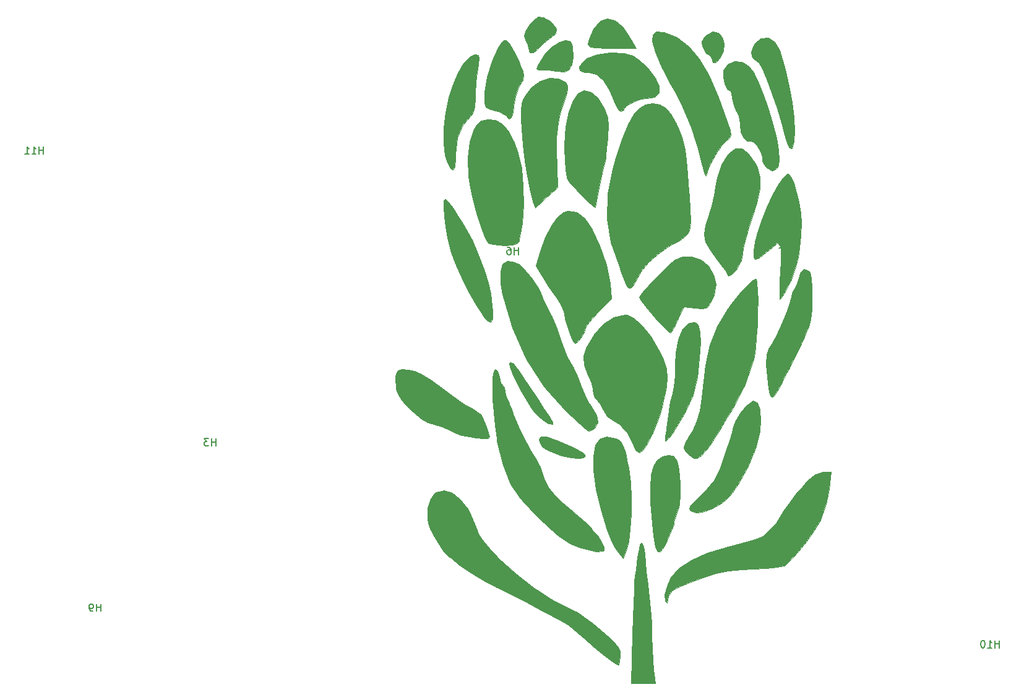
<source format=gbr>
G04 #@! TF.GenerationSoftware,KiCad,Pcbnew,5.99.0-unknown-4920692bcd~125~ubuntu20.04.1*
G04 #@! TF.CreationDate,2021-04-21T16:01:25+01:00*
G04 #@! TF.ProjectId,bottom,626f7474-6f6d-42e6-9b69-6361645f7063,rev?*
G04 #@! TF.SameCoordinates,Original*
G04 #@! TF.FileFunction,Legend,Bot*
G04 #@! TF.FilePolarity,Positive*
%FSLAX46Y46*%
G04 Gerber Fmt 4.6, Leading zero omitted, Abs format (unit mm)*
G04 Created by KiCad (PCBNEW 5.99.0-unknown-4920692bcd~125~ubuntu20.04.1) date 2021-04-21 16:01:25*
%MOMM*%
%LPD*%
G01*
G04 APERTURE LIST*
%ADD10C,0.150000*%
%ADD11C,0.010000*%
G04 APERTURE END LIST*
D10*
X197205904Y-75438380D02*
X197205904Y-74438380D01*
X197205904Y-74914571D02*
X196634476Y-74914571D01*
X196634476Y-75438380D02*
X196634476Y-74438380D01*
X196205904Y-74533619D02*
X196158285Y-74486000D01*
X196063047Y-74438380D01*
X195824952Y-74438380D01*
X195729714Y-74486000D01*
X195682095Y-74533619D01*
X195634476Y-74628857D01*
X195634476Y-74724095D01*
X195682095Y-74866952D01*
X196253523Y-75438380D01*
X195634476Y-75438380D01*
X118592904Y-102489380D02*
X118592904Y-101489380D01*
X118592904Y-101965571D02*
X118021476Y-101965571D01*
X118021476Y-102489380D02*
X118021476Y-101489380D01*
X117640523Y-101489380D02*
X117021476Y-101489380D01*
X117354809Y-101870333D01*
X117211952Y-101870333D01*
X117116714Y-101917952D01*
X117069095Y-101965571D01*
X117021476Y-102060809D01*
X117021476Y-102298904D01*
X117069095Y-102394142D01*
X117116714Y-102441761D01*
X117211952Y-102489380D01*
X117497666Y-102489380D01*
X117592904Y-102441761D01*
X117640523Y-102394142D01*
X102844904Y-125146380D02*
X102844904Y-124146380D01*
X102844904Y-124622571D02*
X102273476Y-124622571D01*
X102273476Y-125146380D02*
X102273476Y-124146380D01*
X101749666Y-125146380D02*
X101559190Y-125146380D01*
X101463952Y-125098761D01*
X101416333Y-125051142D01*
X101321095Y-124908285D01*
X101273476Y-124717809D01*
X101273476Y-124336857D01*
X101321095Y-124241619D01*
X101368714Y-124194000D01*
X101463952Y-124146380D01*
X101654428Y-124146380D01*
X101749666Y-124194000D01*
X101797285Y-124241619D01*
X101844904Y-124336857D01*
X101844904Y-124574952D01*
X101797285Y-124670190D01*
X101749666Y-124717809D01*
X101654428Y-124765428D01*
X101463952Y-124765428D01*
X101368714Y-124717809D01*
X101321095Y-124670190D01*
X101273476Y-124574952D01*
X225799095Y-130150380D02*
X225799095Y-129150380D01*
X225799095Y-129626571D02*
X225227666Y-129626571D01*
X225227666Y-130150380D02*
X225227666Y-129150380D01*
X224227666Y-130150380D02*
X224799095Y-130150380D01*
X224513380Y-130150380D02*
X224513380Y-129150380D01*
X224608619Y-129293238D01*
X224703857Y-129388476D01*
X224799095Y-129436095D01*
X223608619Y-129150380D02*
X223513380Y-129150380D01*
X223418142Y-129198000D01*
X223370523Y-129245619D01*
X223322904Y-129340857D01*
X223275285Y-129531333D01*
X223275285Y-129769428D01*
X223322904Y-129959904D01*
X223370523Y-130055142D01*
X223418142Y-130102761D01*
X223513380Y-130150380D01*
X223608619Y-130150380D01*
X223703857Y-130102761D01*
X223751476Y-130055142D01*
X223799095Y-129959904D01*
X223846714Y-129769428D01*
X223846714Y-129531333D01*
X223799095Y-129340857D01*
X223751476Y-129245619D01*
X223703857Y-129198000D01*
X223608619Y-129150380D01*
X160019904Y-76301980D02*
X160019904Y-75301980D01*
X160019904Y-75778171D02*
X159448476Y-75778171D01*
X159448476Y-76301980D02*
X159448476Y-75301980D01*
X158543714Y-75301980D02*
X158734190Y-75301980D01*
X158829428Y-75349600D01*
X158877047Y-75397219D01*
X158972285Y-75540076D01*
X159019904Y-75730552D01*
X159019904Y-76111504D01*
X158972285Y-76206742D01*
X158924666Y-76254361D01*
X158829428Y-76301980D01*
X158638952Y-76301980D01*
X158543714Y-76254361D01*
X158496095Y-76206742D01*
X158448476Y-76111504D01*
X158448476Y-75873409D01*
X158496095Y-75778171D01*
X158543714Y-75730552D01*
X158638952Y-75682933D01*
X158829428Y-75682933D01*
X158924666Y-75730552D01*
X158972285Y-75778171D01*
X159019904Y-75873409D01*
X95014695Y-62560580D02*
X95014695Y-61560580D01*
X95014695Y-62036771D02*
X94443266Y-62036771D01*
X94443266Y-62560580D02*
X94443266Y-61560580D01*
X93443266Y-62560580D02*
X94014695Y-62560580D01*
X93728980Y-62560580D02*
X93728980Y-61560580D01*
X93824219Y-61703438D01*
X93919457Y-61798676D01*
X94014695Y-61846295D01*
X92490885Y-62560580D02*
X93062314Y-62560580D01*
X92776600Y-62560580D02*
X92776600Y-61560580D01*
X92871838Y-61703438D01*
X92967076Y-61798676D01*
X93062314Y-61846295D01*
D11*
X196848180Y-65276076D02*
X196255126Y-65745653D01*
X196255126Y-65745653D02*
X195565568Y-66718640D01*
X195565568Y-66718640D02*
X194829221Y-68064849D01*
X194829221Y-68064849D02*
X194095798Y-69654094D01*
X194095798Y-69654094D02*
X193415013Y-71356186D01*
X193415013Y-71356186D02*
X192836579Y-73040940D01*
X192836579Y-73040940D02*
X192410210Y-74578167D01*
X192410210Y-74578167D02*
X192185620Y-75837681D01*
X192185620Y-75837681D02*
X192212522Y-76689295D01*
X192212522Y-76689295D02*
X192386129Y-76961038D01*
X192386129Y-76961038D02*
X192764689Y-76832227D01*
X192764689Y-76832227D02*
X193460233Y-76333889D01*
X193460233Y-76333889D02*
X193959710Y-75902789D01*
X193959710Y-75902789D02*
X194791509Y-75205501D01*
X194791509Y-75205501D02*
X195450458Y-74767053D01*
X195450458Y-74767053D02*
X195669416Y-74690111D01*
X195669416Y-74690111D02*
X195843842Y-74969540D01*
X195843842Y-74969540D02*
X195921957Y-75836491D01*
X195921957Y-75836491D02*
X195905769Y-77333961D01*
X195905769Y-77333961D02*
X195850695Y-78570667D01*
X195850695Y-78570667D02*
X195779722Y-80128790D01*
X195779722Y-80128790D02*
X195743713Y-81388391D01*
X195743713Y-81388391D02*
X195745305Y-82207453D01*
X195745305Y-82207453D02*
X195778595Y-82451222D01*
X195778595Y-82451222D02*
X196019002Y-82176850D01*
X196019002Y-82176850D02*
X196417763Y-81513394D01*
X196417763Y-81513394D02*
X196435290Y-81481083D01*
X196435290Y-81481083D02*
X197325865Y-79717311D01*
X197325865Y-79717311D02*
X197907796Y-78216779D01*
X197907796Y-78216779D02*
X198285085Y-76670422D01*
X198285085Y-76670422D02*
X198483057Y-75395667D01*
X198483057Y-75395667D02*
X198634436Y-73718789D01*
X198634436Y-73718789D02*
X198682492Y-71960434D01*
X198682492Y-71960434D02*
X198626247Y-70633167D01*
X198626247Y-70633167D02*
X198412197Y-69175809D01*
X198412197Y-69175809D02*
X198083789Y-67755888D01*
X198083789Y-67755888D02*
X197692542Y-66528627D01*
X197692542Y-66528627D02*
X197289977Y-65649246D01*
X197289977Y-65649246D02*
X196927612Y-65272968D01*
X196927612Y-65272968D02*
X196848180Y-65276076D01*
X196848180Y-65276076D02*
X196848180Y-65276076D01*
G36*
X197289977Y-65649246D02*
G01*
X197692542Y-66528627D01*
X198083789Y-67755888D01*
X198412197Y-69175809D01*
X198626247Y-70633167D01*
X198682492Y-71960434D01*
X198634436Y-73718789D01*
X198483057Y-75395667D01*
X198285085Y-76670422D01*
X197907796Y-78216779D01*
X197325865Y-79717311D01*
X196435290Y-81481083D01*
X196417763Y-81513394D01*
X196019002Y-82176850D01*
X195778595Y-82451222D01*
X195745305Y-82207453D01*
X195743713Y-81388391D01*
X195779722Y-80128790D01*
X195850695Y-78570667D01*
X195905769Y-77333961D01*
X195921957Y-75836491D01*
X195843842Y-74969540D01*
X195669416Y-74690111D01*
X195450458Y-74767053D01*
X194791509Y-75205501D01*
X193959710Y-75902789D01*
X193460233Y-76333889D01*
X192764689Y-76832227D01*
X192386129Y-76961038D01*
X192212522Y-76689295D01*
X192185620Y-75837681D01*
X192410210Y-74578167D01*
X192836579Y-73040940D01*
X193415013Y-71356186D01*
X194095798Y-69654094D01*
X194829221Y-68064849D01*
X195565568Y-66718640D01*
X196255126Y-65745653D01*
X196848180Y-65276076D01*
X196927612Y-65272968D01*
X197289977Y-65649246D01*
G37*
X197289977Y-65649246D02*
X197692542Y-66528627D01*
X198083789Y-67755888D01*
X198412197Y-69175809D01*
X198626247Y-70633167D01*
X198682492Y-71960434D01*
X198634436Y-73718789D01*
X198483057Y-75395667D01*
X198285085Y-76670422D01*
X197907796Y-78216779D01*
X197325865Y-79717311D01*
X196435290Y-81481083D01*
X196417763Y-81513394D01*
X196019002Y-82176850D01*
X195778595Y-82451222D01*
X195745305Y-82207453D01*
X195743713Y-81388391D01*
X195779722Y-80128790D01*
X195850695Y-78570667D01*
X195905769Y-77333961D01*
X195921957Y-75836491D01*
X195843842Y-74969540D01*
X195669416Y-74690111D01*
X195450458Y-74767053D01*
X194791509Y-75205501D01*
X193959710Y-75902789D01*
X193460233Y-76333889D01*
X192764689Y-76832227D01*
X192386129Y-76961038D01*
X192212522Y-76689295D01*
X192185620Y-75837681D01*
X192410210Y-74578167D01*
X192836579Y-73040940D01*
X193415013Y-71356186D01*
X194095798Y-69654094D01*
X194829221Y-68064849D01*
X195565568Y-66718640D01*
X196255126Y-65745653D01*
X196848180Y-65276076D01*
X196927612Y-65272968D01*
X197289977Y-65649246D01*
X177420364Y-55784020D02*
X176578711Y-56258879D01*
X176578711Y-56258879D02*
X175799580Y-57129384D01*
X175799580Y-57129384D02*
X175043484Y-58460230D01*
X175043484Y-58460230D02*
X174270937Y-60316115D01*
X174270937Y-60316115D02*
X173442452Y-62761734D01*
X173442452Y-62761734D02*
X172873556Y-64635944D01*
X172873556Y-64635944D02*
X172182480Y-68065673D01*
X172182480Y-68065673D02*
X172119807Y-71439204D01*
X172119807Y-71439204D02*
X172684352Y-74639587D01*
X172684352Y-74639587D02*
X172984301Y-75572056D01*
X172984301Y-75572056D02*
X173302801Y-76473896D01*
X173302801Y-76473896D02*
X173742933Y-77738597D01*
X173742933Y-77738597D02*
X174121031Y-78835250D01*
X174121031Y-78835250D02*
X174577257Y-80097349D01*
X174577257Y-80097349D02*
X174913343Y-80773399D01*
X174913343Y-80773399D02*
X175212010Y-80953117D01*
X175212010Y-80953117D02*
X175555977Y-80726217D01*
X175555977Y-80726217D02*
X175710019Y-80558623D01*
X175710019Y-80558623D02*
X176147557Y-79846325D01*
X176147557Y-79846325D02*
X176342644Y-79364130D01*
X176342644Y-79364130D02*
X176868599Y-78442653D01*
X176868599Y-78442653D02*
X177835537Y-77344762D01*
X177835537Y-77344762D02*
X179067699Y-76236734D01*
X179067699Y-76236734D02*
X180389323Y-75284845D01*
X180389323Y-75284845D02*
X181054890Y-74906104D01*
X181054890Y-74906104D02*
X182050262Y-74389873D01*
X182050262Y-74389873D02*
X182758958Y-73926505D01*
X182758958Y-73926505D02*
X183219758Y-73393253D01*
X183219758Y-73393253D02*
X183471443Y-72667368D01*
X183471443Y-72667368D02*
X183552793Y-71626103D01*
X183552793Y-71626103D02*
X183502589Y-70146709D01*
X183502589Y-70146709D02*
X183359611Y-68106438D01*
X183359611Y-68106438D02*
X183329684Y-67705920D01*
X183329684Y-67705920D02*
X183138515Y-65254262D01*
X183138515Y-65254262D02*
X182965123Y-63380703D01*
X182965123Y-63380703D02*
X182786556Y-61958963D01*
X182786556Y-61958963D02*
X182579864Y-60862762D01*
X182579864Y-60862762D02*
X182322095Y-59965820D01*
X182322095Y-59965820D02*
X181990297Y-59141857D01*
X181990297Y-59141857D02*
X181642624Y-58423680D01*
X181642624Y-58423680D02*
X180850723Y-57018304D01*
X180850723Y-57018304D02*
X180125829Y-56166303D01*
X180125829Y-56166303D02*
X179325983Y-55747153D01*
X179325983Y-55747153D02*
X178364025Y-55640111D01*
X178364025Y-55640111D02*
X177420364Y-55784020D01*
X177420364Y-55784020D02*
X177420364Y-55784020D01*
G36*
X179325983Y-55747153D02*
G01*
X180125829Y-56166303D01*
X180850723Y-57018304D01*
X181642624Y-58423680D01*
X181990297Y-59141857D01*
X182322095Y-59965820D01*
X182579864Y-60862762D01*
X182786556Y-61958963D01*
X182965123Y-63380703D01*
X183138515Y-65254262D01*
X183329684Y-67705920D01*
X183359611Y-68106438D01*
X183502589Y-70146709D01*
X183552793Y-71626103D01*
X183471443Y-72667368D01*
X183219758Y-73393253D01*
X182758958Y-73926505D01*
X182050262Y-74389873D01*
X181054890Y-74906104D01*
X180389323Y-75284845D01*
X179067699Y-76236734D01*
X177835537Y-77344762D01*
X176868599Y-78442653D01*
X176342644Y-79364130D01*
X176147557Y-79846325D01*
X175710019Y-80558623D01*
X175555977Y-80726217D01*
X175212010Y-80953117D01*
X174913343Y-80773399D01*
X174577257Y-80097349D01*
X174121031Y-78835250D01*
X173742933Y-77738597D01*
X173302801Y-76473896D01*
X172984301Y-75572056D01*
X172684352Y-74639587D01*
X172119807Y-71439204D01*
X172182480Y-68065673D01*
X172873556Y-64635944D01*
X173442452Y-62761734D01*
X174270937Y-60316115D01*
X175043484Y-58460230D01*
X175799580Y-57129384D01*
X176578711Y-56258879D01*
X177420364Y-55784020D01*
X178364025Y-55640111D01*
X179325983Y-55747153D01*
G37*
X179325983Y-55747153D02*
X180125829Y-56166303D01*
X180850723Y-57018304D01*
X181642624Y-58423680D01*
X181990297Y-59141857D01*
X182322095Y-59965820D01*
X182579864Y-60862762D01*
X182786556Y-61958963D01*
X182965123Y-63380703D01*
X183138515Y-65254262D01*
X183329684Y-67705920D01*
X183359611Y-68106438D01*
X183502589Y-70146709D01*
X183552793Y-71626103D01*
X183471443Y-72667368D01*
X183219758Y-73393253D01*
X182758958Y-73926505D01*
X182050262Y-74389873D01*
X181054890Y-74906104D01*
X180389323Y-75284845D01*
X179067699Y-76236734D01*
X177835537Y-77344762D01*
X176868599Y-78442653D01*
X176342644Y-79364130D01*
X176147557Y-79846325D01*
X175710019Y-80558623D01*
X175555977Y-80726217D01*
X175212010Y-80953117D01*
X174913343Y-80773399D01*
X174577257Y-80097349D01*
X174121031Y-78835250D01*
X173742933Y-77738597D01*
X173302801Y-76473896D01*
X172984301Y-75572056D01*
X172684352Y-74639587D01*
X172119807Y-71439204D01*
X172182480Y-68065673D01*
X172873556Y-64635944D01*
X173442452Y-62761734D01*
X174270937Y-60316115D01*
X175043484Y-58460230D01*
X175799580Y-57129384D01*
X176578711Y-56258879D01*
X177420364Y-55784020D01*
X178364025Y-55640111D01*
X179325983Y-55747153D01*
X165648523Y-47193459D02*
X164690536Y-47781295D01*
X164690536Y-47781295D02*
X163758043Y-48680797D01*
X163758043Y-48680797D02*
X163133755Y-49558643D01*
X163133755Y-49558643D02*
X162628914Y-50447235D01*
X162628914Y-50447235D02*
X162497006Y-50881402D01*
X162497006Y-50881402D02*
X162748055Y-51011784D01*
X162748055Y-51011784D02*
X163229572Y-50998703D01*
X163229572Y-50998703D02*
X164125120Y-51036623D01*
X164125120Y-51036623D02*
X165215891Y-51193148D01*
X165215891Y-51193148D02*
X165280668Y-51206004D01*
X165280668Y-51206004D02*
X166277675Y-51296172D01*
X166277675Y-51296172D02*
X166888480Y-51022984D01*
X166888480Y-51022984D02*
X167004104Y-50899094D01*
X167004104Y-50899094D02*
X167325358Y-50260220D01*
X167325358Y-50260220D02*
X167452280Y-49258317D01*
X167452280Y-49258317D02*
X167412799Y-47814578D01*
X167412799Y-47814578D02*
X167135919Y-47158637D01*
X167135919Y-47158637D02*
X166505739Y-46968752D01*
X166505739Y-46968752D02*
X165648523Y-47193459D01*
X165648523Y-47193459D02*
X165648523Y-47193459D01*
G36*
X167135919Y-47158637D02*
G01*
X167412799Y-47814578D01*
X167452280Y-49258317D01*
X167325358Y-50260220D01*
X167004104Y-50899094D01*
X166888480Y-51022984D01*
X166277675Y-51296172D01*
X165280668Y-51206004D01*
X165215891Y-51193148D01*
X164125120Y-51036623D01*
X163229572Y-50998703D01*
X162748055Y-51011784D01*
X162497006Y-50881402D01*
X162628914Y-50447235D01*
X163133755Y-49558643D01*
X163758043Y-48680797D01*
X164690536Y-47781295D01*
X165648523Y-47193459D01*
X166505739Y-46968752D01*
X167135919Y-47158637D01*
G37*
X167135919Y-47158637D02*
X167412799Y-47814578D01*
X167452280Y-49258317D01*
X167325358Y-50260220D01*
X167004104Y-50899094D01*
X166888480Y-51022984D01*
X166277675Y-51296172D01*
X165280668Y-51206004D01*
X165215891Y-51193148D01*
X164125120Y-51036623D01*
X163229572Y-50998703D01*
X162748055Y-51011784D01*
X162497006Y-50881402D01*
X162628914Y-50447235D01*
X163133755Y-49558643D01*
X163758043Y-48680797D01*
X164690536Y-47781295D01*
X165648523Y-47193459D01*
X166505739Y-46968752D01*
X167135919Y-47158637D01*
X179747457Y-103960094D02*
X179016113Y-104449619D01*
X179016113Y-104449619D02*
X178492081Y-105267405D01*
X178492081Y-105267405D02*
X178168156Y-106477863D01*
X178168156Y-106477863D02*
X178037134Y-108145401D01*
X178037134Y-108145401D02*
X178091810Y-110334428D01*
X178091810Y-110334428D02*
X178324980Y-113109354D01*
X178324980Y-113109354D02*
X178524682Y-114891774D01*
X178524682Y-114891774D02*
X178757045Y-116271434D01*
X178757045Y-116271434D02*
X179057997Y-116954930D01*
X179057997Y-116954930D02*
X179453140Y-116950344D01*
X179453140Y-116950344D02*
X179968078Y-116265755D01*
X179968078Y-116265755D02*
X180372147Y-115474874D01*
X180372147Y-115474874D02*
X180864894Y-114312429D01*
X180864894Y-114312429D02*
X181238891Y-113229929D01*
X181238891Y-113229929D02*
X181320386Y-112917235D01*
X181320386Y-112917235D02*
X181617437Y-111880524D01*
X181617437Y-111880524D02*
X181905140Y-111152754D01*
X181905140Y-111152754D02*
X182062458Y-110450802D01*
X182062458Y-110450802D02*
X182149660Y-109274646D01*
X182149660Y-109274646D02*
X182151805Y-107853474D01*
X182151805Y-107853474D02*
X182140138Y-107547240D01*
X182140138Y-107547240D02*
X181985400Y-105707064D01*
X181985400Y-105707064D02*
X181690566Y-104501566D01*
X181690566Y-104501566D02*
X181212856Y-103866610D01*
X181212856Y-103866610D02*
X180509491Y-103738061D01*
X180509491Y-103738061D02*
X179747457Y-103960094D01*
X179747457Y-103960094D02*
X179747457Y-103960094D01*
G36*
X181212856Y-103866610D02*
G01*
X181690566Y-104501566D01*
X181985400Y-105707064D01*
X182140138Y-107547240D01*
X182151805Y-107853474D01*
X182149660Y-109274646D01*
X182062458Y-110450802D01*
X181905140Y-111152754D01*
X181617437Y-111880524D01*
X181320386Y-112917235D01*
X181238891Y-113229929D01*
X180864894Y-114312429D01*
X180372147Y-115474874D01*
X179968078Y-116265755D01*
X179453140Y-116950344D01*
X179057997Y-116954930D01*
X178757045Y-116271434D01*
X178524682Y-114891774D01*
X178324980Y-113109354D01*
X178091810Y-110334428D01*
X178037134Y-108145401D01*
X178168156Y-106477863D01*
X178492081Y-105267405D01*
X179016113Y-104449619D01*
X179747457Y-103960094D01*
X180509491Y-103738061D01*
X181212856Y-103866610D01*
G37*
X181212856Y-103866610D02*
X181690566Y-104501566D01*
X181985400Y-105707064D01*
X182140138Y-107547240D01*
X182151805Y-107853474D01*
X182149660Y-109274646D01*
X182062458Y-110450802D01*
X181905140Y-111152754D01*
X181617437Y-111880524D01*
X181320386Y-112917235D01*
X181238891Y-113229929D01*
X180864894Y-114312429D01*
X180372147Y-115474874D01*
X179968078Y-116265755D01*
X179453140Y-116950344D01*
X179057997Y-116954930D01*
X178757045Y-116271434D01*
X178524682Y-114891774D01*
X178324980Y-113109354D01*
X178091810Y-110334428D01*
X178037134Y-108145401D01*
X178168156Y-106477863D01*
X178492081Y-105267405D01*
X179016113Y-104449619D01*
X179747457Y-103960094D01*
X180509491Y-103738061D01*
X181212856Y-103866610D01*
X162026966Y-44279790D02*
X161506324Y-44911377D01*
X161506324Y-44911377D02*
X160923443Y-45767231D01*
X160923443Y-45767231D02*
X160766648Y-46343184D01*
X160766648Y-46343184D02*
X160959204Y-46846868D01*
X160959204Y-46846868D02*
X161301377Y-47613668D01*
X161301377Y-47613668D02*
X161377489Y-48029782D01*
X161377489Y-48029782D02*
X161557819Y-48633543D01*
X161557819Y-48633543D02*
X162030697Y-48645458D01*
X162030697Y-48645458D02*
X162645330Y-48117033D01*
X162645330Y-48117033D02*
X163459561Y-47330357D01*
X163459561Y-47330357D02*
X164287905Y-46711008D01*
X164287905Y-46711008D02*
X165069745Y-46025995D01*
X165069745Y-46025995D02*
X165164164Y-45340982D01*
X165164164Y-45340982D02*
X164572493Y-44579484D01*
X164572493Y-44579484D02*
X164328525Y-44376827D01*
X164328525Y-44376827D02*
X163430340Y-43797329D01*
X163430340Y-43797329D02*
X162728071Y-43752687D01*
X162728071Y-43752687D02*
X162026966Y-44279790D01*
X162026966Y-44279790D02*
X162026966Y-44279790D01*
G36*
X163430340Y-43797329D02*
G01*
X164328525Y-44376827D01*
X164572493Y-44579484D01*
X165164164Y-45340982D01*
X165069745Y-46025995D01*
X164287905Y-46711008D01*
X163459561Y-47330357D01*
X162645330Y-48117033D01*
X162030697Y-48645458D01*
X161557819Y-48633543D01*
X161377489Y-48029782D01*
X161301377Y-47613668D01*
X160959204Y-46846868D01*
X160766648Y-46343184D01*
X160923443Y-45767231D01*
X161506324Y-44911377D01*
X162026966Y-44279790D01*
X162728071Y-43752687D01*
X163430340Y-43797329D01*
G37*
X163430340Y-43797329D02*
X164328525Y-44376827D01*
X164572493Y-44579484D01*
X165164164Y-45340982D01*
X165069745Y-46025995D01*
X164287905Y-46711008D01*
X163459561Y-47330357D01*
X162645330Y-48117033D01*
X162030697Y-48645458D01*
X161557819Y-48633543D01*
X161377489Y-48029782D01*
X161301377Y-47613668D01*
X160959204Y-46846868D01*
X160766648Y-46343184D01*
X160923443Y-45767231D01*
X161506324Y-44911377D01*
X162026966Y-44279790D01*
X162728071Y-43752687D01*
X163430340Y-43797329D01*
X173076102Y-84899822D02*
X171624003Y-85831078D01*
X171624003Y-85831078D02*
X170350079Y-87264838D01*
X170350079Y-87264838D02*
X170248150Y-87416776D01*
X170248150Y-87416776D02*
X169346330Y-88977772D01*
X169346330Y-88977772D02*
X168936949Y-90248640D01*
X168936949Y-90248640D02*
X168991733Y-91415344D01*
X168991733Y-91415344D02*
X169457680Y-92615725D01*
X169457680Y-92615725D02*
X169914375Y-93694327D01*
X169914375Y-93694327D02*
X170174209Y-94663497D01*
X170174209Y-94663497D02*
X170196933Y-94917584D01*
X170196933Y-94917584D02*
X170387997Y-95750050D01*
X170387997Y-95750050D02*
X170688146Y-96178056D01*
X170688146Y-96178056D02*
X171172969Y-96788853D01*
X171172969Y-96788853D02*
X171608030Y-97620632D01*
X171608030Y-97620632D02*
X172116054Y-98421390D01*
X172116054Y-98421390D02*
X172715687Y-98871039D01*
X172715687Y-98871039D02*
X173862692Y-99542611D01*
X173862692Y-99542611D02*
X174898069Y-100685960D01*
X174898069Y-100685960D02*
X175608275Y-102053631D01*
X175608275Y-102053631D02*
X176068910Y-103105035D01*
X176068910Y-103105035D02*
X176520667Y-103462287D01*
X176520667Y-103462287D02*
X177023604Y-103133417D01*
X177023604Y-103133417D02*
X177540705Y-102311978D01*
X177540705Y-102311978D02*
X178370331Y-100718977D01*
X178370331Y-100718977D02*
X178939711Y-99491249D01*
X178939711Y-99491249D02*
X179343916Y-98384509D01*
X179343916Y-98384509D02*
X179678016Y-97154474D01*
X179678016Y-97154474D02*
X179866652Y-96335468D01*
X179866652Y-96335468D02*
X180235947Y-94486137D01*
X180235947Y-94486137D02*
X180372803Y-93081679D01*
X180372803Y-93081679D02*
X180254859Y-91893415D01*
X180254859Y-91893415D02*
X179859753Y-90692662D01*
X179859753Y-90692662D02*
X179175904Y-89271494D01*
X179175904Y-89271494D02*
X178121992Y-87520636D01*
X178121992Y-87520636D02*
X176975720Y-86087766D01*
X176975720Y-86087766D02*
X175839752Y-85077495D01*
X175839752Y-85077495D02*
X174816752Y-84594433D01*
X174816752Y-84594433D02*
X174559848Y-84567889D01*
X174559848Y-84567889D02*
X173076102Y-84899822D01*
X173076102Y-84899822D02*
X173076102Y-84899822D01*
G36*
X174816752Y-84594433D02*
G01*
X175839752Y-85077495D01*
X176975720Y-86087766D01*
X178121992Y-87520636D01*
X179175904Y-89271494D01*
X179859753Y-90692662D01*
X180254859Y-91893415D01*
X180372803Y-93081679D01*
X180235947Y-94486137D01*
X179866652Y-96335468D01*
X179678016Y-97154474D01*
X179343916Y-98384509D01*
X178939711Y-99491249D01*
X178370331Y-100718977D01*
X177540705Y-102311978D01*
X177023604Y-103133417D01*
X176520667Y-103462287D01*
X176068910Y-103105035D01*
X175608275Y-102053631D01*
X174898069Y-100685960D01*
X173862692Y-99542611D01*
X172715687Y-98871039D01*
X172116054Y-98421390D01*
X171608030Y-97620632D01*
X171172969Y-96788853D01*
X170688146Y-96178056D01*
X170387997Y-95750050D01*
X170196933Y-94917584D01*
X170174209Y-94663497D01*
X169914375Y-93694327D01*
X169457680Y-92615725D01*
X168991733Y-91415344D01*
X168936949Y-90248640D01*
X169346330Y-88977772D01*
X170248150Y-87416776D01*
X170350079Y-87264838D01*
X171624003Y-85831078D01*
X173076102Y-84899822D01*
X174559848Y-84567889D01*
X174816752Y-84594433D01*
G37*
X174816752Y-84594433D02*
X175839752Y-85077495D01*
X176975720Y-86087766D01*
X178121992Y-87520636D01*
X179175904Y-89271494D01*
X179859753Y-90692662D01*
X180254859Y-91893415D01*
X180372803Y-93081679D01*
X180235947Y-94486137D01*
X179866652Y-96335468D01*
X179678016Y-97154474D01*
X179343916Y-98384509D01*
X178939711Y-99491249D01*
X178370331Y-100718977D01*
X177540705Y-102311978D01*
X177023604Y-103133417D01*
X176520667Y-103462287D01*
X176068910Y-103105035D01*
X175608275Y-102053631D01*
X174898069Y-100685960D01*
X173862692Y-99542611D01*
X172715687Y-98871039D01*
X172116054Y-98421390D01*
X171608030Y-97620632D01*
X171172969Y-96788853D01*
X170688146Y-96178056D01*
X170387997Y-95750050D01*
X170196933Y-94917584D01*
X170174209Y-94663497D01*
X169914375Y-93694327D01*
X169457680Y-92615725D01*
X168991733Y-91415344D01*
X168936949Y-90248640D01*
X169346330Y-88977772D01*
X170248150Y-87416776D01*
X170350079Y-87264838D01*
X171624003Y-85831078D01*
X173076102Y-84899822D01*
X174559848Y-84567889D01*
X174816752Y-84594433D01*
X156602353Y-92303904D02*
X156487994Y-93197473D01*
X156487994Y-93197473D02*
X156453033Y-94522720D01*
X156453033Y-94522720D02*
X156493384Y-96145432D01*
X156493384Y-96145432D02*
X156604961Y-97931398D01*
X156604961Y-97931398D02*
X156783677Y-99746407D01*
X156783677Y-99746407D02*
X157025447Y-101456246D01*
X157025447Y-101456246D02*
X157101969Y-101887629D01*
X157101969Y-101887629D02*
X157895584Y-105136666D01*
X157895584Y-105136666D02*
X158942083Y-107732012D01*
X158942083Y-107732012D02*
X160243869Y-109679575D01*
X160243869Y-109679575D02*
X160296900Y-109739212D01*
X160296900Y-109739212D02*
X162204255Y-111777311D01*
X162204255Y-111777311D02*
X163976238Y-113508320D01*
X163976238Y-113508320D02*
X165526836Y-114854104D01*
X165526836Y-114854104D02*
X166770033Y-115736527D01*
X166770033Y-115736527D02*
X167087117Y-115907428D01*
X167087117Y-115907428D02*
X168320252Y-116402841D01*
X168320252Y-116402841D02*
X169604683Y-116764318D01*
X169604683Y-116764318D02*
X170736200Y-116950826D01*
X170736200Y-116950826D02*
X171510593Y-116921328D01*
X171510593Y-116921328D02*
X171683827Y-116831118D01*
X171683827Y-116831118D02*
X171722535Y-116352012D01*
X171722535Y-116352012D02*
X171400120Y-115590888D01*
X171400120Y-115590888D02*
X170827443Y-114790169D01*
X170827443Y-114790169D02*
X170678168Y-114632060D01*
X170678168Y-114632060D02*
X170122893Y-113982398D01*
X170122893Y-113982398D02*
X169940134Y-113716097D01*
X169940134Y-113716097D02*
X169546259Y-113287820D01*
X169546259Y-113287820D02*
X168755238Y-112569048D01*
X168755238Y-112569048D02*
X167726201Y-111703292D01*
X167726201Y-111703292D02*
X167551100Y-111561526D01*
X167551100Y-111561526D02*
X165947401Y-110214187D01*
X165947401Y-110214187D02*
X164829917Y-109117223D01*
X164829917Y-109117223D02*
X164090783Y-108140386D01*
X164090783Y-108140386D02*
X163622131Y-107153428D01*
X163622131Y-107153428D02*
X163455810Y-106616500D01*
X163455810Y-106616500D02*
X163000970Y-105395785D01*
X163000970Y-105395785D02*
X162387289Y-104265898D01*
X162387289Y-104265898D02*
X162304160Y-104147055D01*
X162304160Y-104147055D02*
X161810312Y-103368643D01*
X161810312Y-103368643D02*
X161190179Y-102253013D01*
X161190179Y-102253013D02*
X160534786Y-100983386D01*
X160534786Y-100983386D02*
X159935157Y-99742981D01*
X159935157Y-99742981D02*
X159482315Y-98715019D01*
X159482315Y-98715019D02*
X159267285Y-98082719D01*
X159267285Y-98082719D02*
X159260822Y-98021192D01*
X159260822Y-98021192D02*
X159110261Y-97509196D01*
X159110261Y-97509196D02*
X158746741Y-96715706D01*
X158746741Y-96715706D02*
X158733829Y-96690853D01*
X158733829Y-96690853D02*
X158357995Y-95792822D01*
X158357995Y-95792822D02*
X158204662Y-95083848D01*
X158204662Y-95083848D02*
X158043062Y-94462365D01*
X158043062Y-94462365D02*
X157895276Y-94297439D01*
X157895276Y-94297439D02*
X157614119Y-93846482D01*
X157614119Y-93846482D02*
X157374929Y-93041897D01*
X157374929Y-93041897D02*
X157122374Y-92297084D01*
X157122374Y-92297084D02*
X156808241Y-91976481D01*
X156808241Y-91976481D02*
X156800197Y-91976222D01*
X156800197Y-91976222D02*
X156602353Y-92303904D01*
X156602353Y-92303904D02*
X156602353Y-92303904D01*
G36*
X156808241Y-91976481D02*
G01*
X157122374Y-92297084D01*
X157374929Y-93041897D01*
X157614119Y-93846482D01*
X157895276Y-94297439D01*
X158043062Y-94462365D01*
X158204662Y-95083848D01*
X158357995Y-95792822D01*
X158733829Y-96690853D01*
X158746741Y-96715706D01*
X159110261Y-97509196D01*
X159260822Y-98021192D01*
X159267285Y-98082719D01*
X159482315Y-98715019D01*
X159935157Y-99742981D01*
X160534786Y-100983386D01*
X161190179Y-102253013D01*
X161810312Y-103368643D01*
X162304160Y-104147055D01*
X162387289Y-104265898D01*
X163000970Y-105395785D01*
X163455810Y-106616500D01*
X163622131Y-107153428D01*
X164090783Y-108140386D01*
X164829917Y-109117223D01*
X165947401Y-110214187D01*
X167551100Y-111561526D01*
X167726201Y-111703292D01*
X168755238Y-112569048D01*
X169546259Y-113287820D01*
X169940134Y-113716097D01*
X170122893Y-113982398D01*
X170678168Y-114632060D01*
X170827443Y-114790169D01*
X171400120Y-115590888D01*
X171722535Y-116352012D01*
X171683827Y-116831118D01*
X171510593Y-116921328D01*
X170736200Y-116950826D01*
X169604683Y-116764318D01*
X168320252Y-116402841D01*
X167087117Y-115907428D01*
X166770033Y-115736527D01*
X165526836Y-114854104D01*
X163976238Y-113508320D01*
X162204255Y-111777311D01*
X160296900Y-109739212D01*
X160243869Y-109679575D01*
X158942083Y-107732012D01*
X157895584Y-105136666D01*
X157101969Y-101887629D01*
X157025447Y-101456246D01*
X156783677Y-99746407D01*
X156604961Y-97931398D01*
X156493384Y-96145432D01*
X156453033Y-94522720D01*
X156487994Y-93197473D01*
X156602353Y-92303904D01*
X156800197Y-91976222D01*
X156808241Y-91976481D01*
G37*
X156808241Y-91976481D02*
X157122374Y-92297084D01*
X157374929Y-93041897D01*
X157614119Y-93846482D01*
X157895276Y-94297439D01*
X158043062Y-94462365D01*
X158204662Y-95083848D01*
X158357995Y-95792822D01*
X158733829Y-96690853D01*
X158746741Y-96715706D01*
X159110261Y-97509196D01*
X159260822Y-98021192D01*
X159267285Y-98082719D01*
X159482315Y-98715019D01*
X159935157Y-99742981D01*
X160534786Y-100983386D01*
X161190179Y-102253013D01*
X161810312Y-103368643D01*
X162304160Y-104147055D01*
X162387289Y-104265898D01*
X163000970Y-105395785D01*
X163455810Y-106616500D01*
X163622131Y-107153428D01*
X164090783Y-108140386D01*
X164829917Y-109117223D01*
X165947401Y-110214187D01*
X167551100Y-111561526D01*
X167726201Y-111703292D01*
X168755238Y-112569048D01*
X169546259Y-113287820D01*
X169940134Y-113716097D01*
X170122893Y-113982398D01*
X170678168Y-114632060D01*
X170827443Y-114790169D01*
X171400120Y-115590888D01*
X171722535Y-116352012D01*
X171683827Y-116831118D01*
X171510593Y-116921328D01*
X170736200Y-116950826D01*
X169604683Y-116764318D01*
X168320252Y-116402841D01*
X167087117Y-115907428D01*
X166770033Y-115736527D01*
X165526836Y-114854104D01*
X163976238Y-113508320D01*
X162204255Y-111777311D01*
X160296900Y-109739212D01*
X160243869Y-109679575D01*
X158942083Y-107732012D01*
X157895584Y-105136666D01*
X157101969Y-101887629D01*
X157025447Y-101456246D01*
X156783677Y-99746407D01*
X156604961Y-97931398D01*
X156493384Y-96145432D01*
X156453033Y-94522720D01*
X156487994Y-93197473D01*
X156602353Y-92303904D01*
X156800197Y-91976222D01*
X156808241Y-91976481D01*
X163053034Y-101237555D02*
X162783075Y-101621762D01*
X162783075Y-101621762D02*
X163071900Y-102355047D01*
X163071900Y-102355047D02*
X163240792Y-102592198D01*
X163240792Y-102592198D02*
X163840621Y-103049715D01*
X163840621Y-103049715D02*
X164817227Y-103475902D01*
X164817227Y-103475902D02*
X165992771Y-103832340D01*
X165992771Y-103832340D02*
X167189413Y-104080608D01*
X167189413Y-104080608D02*
X168229315Y-104182287D01*
X168229315Y-104182287D02*
X168934638Y-104098958D01*
X168934638Y-104098958D02*
X169138600Y-103866338D01*
X169138600Y-103866338D02*
X168840776Y-103463502D01*
X168840776Y-103463502D02*
X168087257Y-102980122D01*
X168087257Y-102980122D02*
X167639294Y-102770395D01*
X167639294Y-102770395D02*
X166428115Y-102254549D01*
X166428115Y-102254549D02*
X165275719Y-101753744D01*
X165275719Y-101753744D02*
X165028341Y-101644171D01*
X165028341Y-101644171D02*
X163821536Y-101234375D01*
X163821536Y-101234375D02*
X163053034Y-101237555D01*
X163053034Y-101237555D02*
X163053034Y-101237555D01*
G36*
X165028341Y-101644171D02*
G01*
X165275719Y-101753744D01*
X166428115Y-102254549D01*
X167639294Y-102770395D01*
X168087257Y-102980122D01*
X168840776Y-103463502D01*
X169138600Y-103866338D01*
X168934638Y-104098958D01*
X168229315Y-104182287D01*
X167189413Y-104080608D01*
X165992771Y-103832340D01*
X164817227Y-103475902D01*
X163840621Y-103049715D01*
X163240792Y-102592198D01*
X163071900Y-102355047D01*
X162783075Y-101621762D01*
X163053034Y-101237555D01*
X163821536Y-101234375D01*
X165028341Y-101644171D01*
G37*
X165028341Y-101644171D02*
X165275719Y-101753744D01*
X166428115Y-102254549D01*
X167639294Y-102770395D01*
X168087257Y-102980122D01*
X168840776Y-103463502D01*
X169138600Y-103866338D01*
X168934638Y-104098958D01*
X168229315Y-104182287D01*
X167189413Y-104080608D01*
X165992771Y-103832340D01*
X164817227Y-103475902D01*
X163840621Y-103049715D01*
X163240792Y-102592198D01*
X163071900Y-102355047D01*
X162783075Y-101621762D01*
X163053034Y-101237555D01*
X163821536Y-101234375D01*
X165028341Y-101644171D01*
X153304810Y-49218594D02*
X152527950Y-50088530D01*
X152527950Y-50088530D02*
X151679999Y-51586372D01*
X151679999Y-51586372D02*
X151013826Y-53064899D01*
X151013826Y-53064899D02*
X150442894Y-54818781D01*
X150442894Y-54818781D02*
X150036389Y-56861326D01*
X150036389Y-56861326D02*
X149810264Y-58987598D01*
X149810264Y-58987598D02*
X149780472Y-60992663D01*
X149780472Y-60992663D02*
X149962966Y-62671587D01*
X149962966Y-62671587D02*
X150202349Y-63489417D01*
X150202349Y-63489417D02*
X150696079Y-64460255D01*
X150696079Y-64460255D02*
X151067141Y-64738551D01*
X151067141Y-64738551D02*
X151311675Y-64327243D01*
X151311675Y-64327243D02*
X151425819Y-63229269D01*
X151425819Y-63229269D02*
X151433883Y-62552269D01*
X151433883Y-62552269D02*
X151666463Y-60302695D01*
X151666463Y-60302695D02*
X152401895Y-58526174D01*
X152401895Y-58526174D02*
X153392619Y-57395210D01*
X153392619Y-57395210D02*
X153760764Y-56918998D01*
X153760764Y-56918998D02*
X153985816Y-56145572D01*
X153985816Y-56145572D02*
X154107047Y-54906755D01*
X154107047Y-54906755D02*
X154136350Y-54210332D01*
X154136350Y-54210332D02*
X154217225Y-52699734D01*
X154217225Y-52699734D02*
X154346584Y-51276540D01*
X154346584Y-51276540D02*
X154494461Y-50260250D01*
X154494461Y-50260250D02*
X154630431Y-49398705D01*
X154630431Y-49398705D02*
X154511902Y-49022663D01*
X154511902Y-49022663D02*
X154071902Y-48937452D01*
X154071902Y-48937452D02*
X154039336Y-48937333D01*
X154039336Y-48937333D02*
X153304810Y-49218594D01*
X153304810Y-49218594D02*
X153304810Y-49218594D01*
G36*
X154071902Y-48937452D02*
G01*
X154511902Y-49022663D01*
X154630431Y-49398705D01*
X154494461Y-50260250D01*
X154346584Y-51276540D01*
X154217225Y-52699734D01*
X154136350Y-54210332D01*
X154107047Y-54906755D01*
X153985816Y-56145572D01*
X153760764Y-56918998D01*
X153392619Y-57395210D01*
X152401895Y-58526174D01*
X151666463Y-60302695D01*
X151433883Y-62552269D01*
X151425819Y-63229269D01*
X151311675Y-64327243D01*
X151067141Y-64738551D01*
X150696079Y-64460255D01*
X150202349Y-63489417D01*
X149962966Y-62671587D01*
X149780472Y-60992663D01*
X149810264Y-58987598D01*
X150036389Y-56861326D01*
X150442894Y-54818781D01*
X151013826Y-53064899D01*
X151679999Y-51586372D01*
X152527950Y-50088530D01*
X153304810Y-49218594D01*
X154039336Y-48937333D01*
X154071902Y-48937452D01*
G37*
X154071902Y-48937452D02*
X154511902Y-49022663D01*
X154630431Y-49398705D01*
X154494461Y-50260250D01*
X154346584Y-51276540D01*
X154217225Y-52699734D01*
X154136350Y-54210332D01*
X154107047Y-54906755D01*
X153985816Y-56145572D01*
X153760764Y-56918998D01*
X153392619Y-57395210D01*
X152401895Y-58526174D01*
X151666463Y-60302695D01*
X151433883Y-62552269D01*
X151425819Y-63229269D01*
X151311675Y-64327243D01*
X151067141Y-64738551D01*
X150696079Y-64460255D01*
X150202349Y-63489417D01*
X149962966Y-62671587D01*
X149780472Y-60992663D01*
X149810264Y-58987598D01*
X150036389Y-56861326D01*
X150442894Y-54818781D01*
X151013826Y-53064899D01*
X151679999Y-51586372D01*
X152527950Y-50088530D01*
X153304810Y-49218594D01*
X154039336Y-48937333D01*
X154071902Y-48937452D01*
X148741474Y-108880002D02*
X148549136Y-109007196D01*
X148549136Y-109007196D02*
X147972723Y-109796401D01*
X147972723Y-109796401D02*
X147621386Y-111011522D01*
X147621386Y-111011522D02*
X147552587Y-112393118D01*
X147552587Y-112393118D02*
X147646095Y-113084380D01*
X147646095Y-113084380D02*
X147940206Y-113877471D01*
X147940206Y-113877471D02*
X148485837Y-114931359D01*
X148485837Y-114931359D02*
X149154562Y-116037974D01*
X149154562Y-116037974D02*
X149817949Y-116989244D01*
X149817949Y-116989244D02*
X150347572Y-117577097D01*
X150347572Y-117577097D02*
X150466565Y-117653921D01*
X150466565Y-117653921D02*
X150850696Y-117933014D01*
X150850696Y-117933014D02*
X151541649Y-118513242D01*
X151541649Y-118513242D02*
X151840026Y-118776207D01*
X151840026Y-118776207D02*
X152561156Y-119298784D01*
X152561156Y-119298784D02*
X153770364Y-120044950D01*
X153770364Y-120044950D02*
X155321315Y-120929546D01*
X155321315Y-120929546D02*
X157067672Y-121867412D01*
X157067672Y-121867412D02*
X157797902Y-122243355D01*
X157797902Y-122243355D02*
X160674239Y-123712931D01*
X160674239Y-123712931D02*
X162968087Y-124904016D01*
X162968087Y-124904016D02*
X164732129Y-125845308D01*
X164732129Y-125845308D02*
X166019049Y-126565501D01*
X166019049Y-126565501D02*
X166881532Y-127093290D01*
X166881532Y-127093290D02*
X167372262Y-127457373D01*
X167372262Y-127457373D02*
X167374711Y-127459594D01*
X167374711Y-127459594D02*
X169053575Y-128952522D01*
X169053575Y-128952522D02*
X170593555Y-130260713D01*
X170593555Y-130260713D02*
X171914689Y-131321627D01*
X171914689Y-131321627D02*
X172937009Y-132072721D01*
X172937009Y-132072721D02*
X173580551Y-132451453D01*
X173580551Y-132451453D02*
X173764935Y-132457472D01*
X173764935Y-132457472D02*
X173829551Y-132084220D01*
X173829551Y-132084220D02*
X173928380Y-131310944D01*
X173928380Y-131310944D02*
X173900814Y-130584354D01*
X173900814Y-130584354D02*
X173552411Y-129895084D01*
X173552411Y-129895084D02*
X172769008Y-129036220D01*
X172769008Y-129036220D02*
X172565240Y-128840281D01*
X172565240Y-128840281D02*
X170197697Y-126776001D01*
X170197697Y-126776001D02*
X168053621Y-125305324D01*
X168053621Y-125305324D02*
X166669155Y-124611223D01*
X166669155Y-124611223D02*
X164491704Y-123497207D01*
X164491704Y-123497207D02*
X162096805Y-121930491D01*
X162096805Y-121930491D02*
X159665887Y-120040355D01*
X159665887Y-120040355D02*
X157512033Y-118086154D01*
X157512033Y-118086154D02*
X156195144Y-116744256D01*
X156195144Y-116744256D02*
X155285273Y-115668772D01*
X155285273Y-115668772D02*
X154649172Y-114672331D01*
X154649172Y-114672331D02*
X154153591Y-113567564D01*
X154153591Y-113567564D02*
X153996608Y-113142889D01*
X153996608Y-113142889D02*
X153138839Y-111256594D01*
X153138839Y-111256594D02*
X152111782Y-109831996D01*
X152111782Y-109831996D02*
X150988097Y-108924257D01*
X150988097Y-108924257D02*
X149840441Y-108588538D01*
X149840441Y-108588538D02*
X148741474Y-108880002D01*
X148741474Y-108880002D02*
X148741474Y-108880002D01*
G36*
X150988097Y-108924257D02*
G01*
X152111782Y-109831996D01*
X153138839Y-111256594D01*
X153996608Y-113142889D01*
X154153591Y-113567564D01*
X154649172Y-114672331D01*
X155285273Y-115668772D01*
X156195144Y-116744256D01*
X157512033Y-118086154D01*
X159665887Y-120040355D01*
X162096805Y-121930491D01*
X164491704Y-123497207D01*
X166669155Y-124611223D01*
X168053621Y-125305324D01*
X170197697Y-126776001D01*
X172565240Y-128840281D01*
X172769008Y-129036220D01*
X173552411Y-129895084D01*
X173900814Y-130584354D01*
X173928380Y-131310944D01*
X173829551Y-132084220D01*
X173764935Y-132457472D01*
X173580551Y-132451453D01*
X172937009Y-132072721D01*
X171914689Y-131321627D01*
X170593555Y-130260713D01*
X169053575Y-128952522D01*
X167374711Y-127459594D01*
X167372262Y-127457373D01*
X166881532Y-127093290D01*
X166019049Y-126565501D01*
X164732129Y-125845308D01*
X162968087Y-124904016D01*
X160674239Y-123712931D01*
X157797902Y-122243355D01*
X157067672Y-121867412D01*
X155321315Y-120929546D01*
X153770364Y-120044950D01*
X152561156Y-119298784D01*
X151840026Y-118776207D01*
X151541649Y-118513242D01*
X150850696Y-117933014D01*
X150466565Y-117653921D01*
X150347572Y-117577097D01*
X149817949Y-116989244D01*
X149154562Y-116037974D01*
X148485837Y-114931359D01*
X147940206Y-113877471D01*
X147646095Y-113084380D01*
X147552587Y-112393118D01*
X147621386Y-111011522D01*
X147972723Y-109796401D01*
X148549136Y-109007196D01*
X148741474Y-108880002D01*
X149840441Y-108588538D01*
X150988097Y-108924257D01*
G37*
X150988097Y-108924257D02*
X152111782Y-109831996D01*
X153138839Y-111256594D01*
X153996608Y-113142889D01*
X154153591Y-113567564D01*
X154649172Y-114672331D01*
X155285273Y-115668772D01*
X156195144Y-116744256D01*
X157512033Y-118086154D01*
X159665887Y-120040355D01*
X162096805Y-121930491D01*
X164491704Y-123497207D01*
X166669155Y-124611223D01*
X168053621Y-125305324D01*
X170197697Y-126776001D01*
X172565240Y-128840281D01*
X172769008Y-129036220D01*
X173552411Y-129895084D01*
X173900814Y-130584354D01*
X173928380Y-131310944D01*
X173829551Y-132084220D01*
X173764935Y-132457472D01*
X173580551Y-132451453D01*
X172937009Y-132072721D01*
X171914689Y-131321627D01*
X170593555Y-130260713D01*
X169053575Y-128952522D01*
X167374711Y-127459594D01*
X167372262Y-127457373D01*
X166881532Y-127093290D01*
X166019049Y-126565501D01*
X164732129Y-125845308D01*
X162968087Y-124904016D01*
X160674239Y-123712931D01*
X157797902Y-122243355D01*
X157067672Y-121867412D01*
X155321315Y-120929546D01*
X153770364Y-120044950D01*
X152561156Y-119298784D01*
X151840026Y-118776207D01*
X151541649Y-118513242D01*
X150850696Y-117933014D01*
X150466565Y-117653921D01*
X150347572Y-117577097D01*
X149817949Y-116989244D01*
X149154562Y-116037974D01*
X148485837Y-114931359D01*
X147940206Y-113877471D01*
X147646095Y-113084380D01*
X147552587Y-112393118D01*
X147621386Y-111011522D01*
X147972723Y-109796401D01*
X148549136Y-109007196D01*
X148741474Y-108880002D01*
X149840441Y-108588538D01*
X150988097Y-108924257D01*
X155833274Y-57824875D02*
X154957185Y-57999272D01*
X154957185Y-57999272D02*
X154364156Y-58465241D01*
X154364156Y-58465241D02*
X153838730Y-59332733D01*
X153838730Y-59332733D02*
X153310183Y-60950700D01*
X153310183Y-60950700D02*
X153095493Y-63083974D01*
X153095493Y-63083974D02*
X153202777Y-65611990D01*
X153202777Y-65611990D02*
X153340833Y-66728546D01*
X153340833Y-66728546D02*
X153573024Y-67927223D01*
X153573024Y-67927223D02*
X153939372Y-69387524D01*
X153939372Y-69387524D02*
X154387268Y-70942941D01*
X154387268Y-70942941D02*
X154864106Y-72426968D01*
X154864106Y-72426968D02*
X155317277Y-73673099D01*
X155317277Y-73673099D02*
X155694174Y-74514826D01*
X155694174Y-74514826D02*
X155882439Y-74772903D01*
X155882439Y-74772903D02*
X156431906Y-74921864D01*
X156431906Y-74921864D02*
X157419680Y-75018181D01*
X157419680Y-75018181D02*
X158107573Y-75037487D01*
X158107573Y-75037487D02*
X159209309Y-75003554D01*
X159209309Y-75003554D02*
X159801824Y-74843389D01*
X159801824Y-74843389D02*
X160079600Y-74481922D01*
X160079600Y-74481922D02*
X160149908Y-74249139D01*
X160149908Y-74249139D02*
X160541278Y-72011826D01*
X160541278Y-72011826D02*
X160708831Y-69513062D01*
X160708831Y-69513062D02*
X160663070Y-66946030D01*
X160663070Y-66946030D02*
X160414496Y-64503916D01*
X160414496Y-64503916D02*
X159973611Y-62379903D01*
X159973611Y-62379903D02*
X159424603Y-60906898D01*
X159424603Y-60906898D02*
X158548831Y-59355516D01*
X158548831Y-59355516D02*
X157747297Y-58388007D01*
X157747297Y-58388007D02*
X156907521Y-57907842D01*
X156907521Y-57907842D02*
X155917023Y-57818491D01*
X155917023Y-57818491D02*
X155833274Y-57824875D01*
X155833274Y-57824875D02*
X155833274Y-57824875D01*
G36*
X156907521Y-57907842D02*
G01*
X157747297Y-58388007D01*
X158548831Y-59355516D01*
X159424603Y-60906898D01*
X159973611Y-62379903D01*
X160414496Y-64503916D01*
X160663070Y-66946030D01*
X160708831Y-69513062D01*
X160541278Y-72011826D01*
X160149908Y-74249139D01*
X160079600Y-74481922D01*
X159801824Y-74843389D01*
X159209309Y-75003554D01*
X158107573Y-75037487D01*
X157419680Y-75018181D01*
X156431906Y-74921864D01*
X155882439Y-74772903D01*
X155694174Y-74514826D01*
X155317277Y-73673099D01*
X154864106Y-72426968D01*
X154387268Y-70942941D01*
X153939372Y-69387524D01*
X153573024Y-67927223D01*
X153340833Y-66728546D01*
X153202777Y-65611990D01*
X153095493Y-63083974D01*
X153310183Y-60950700D01*
X153838730Y-59332733D01*
X154364156Y-58465241D01*
X154957185Y-57999272D01*
X155833274Y-57824875D01*
X155917023Y-57818491D01*
X156907521Y-57907842D01*
G37*
X156907521Y-57907842D02*
X157747297Y-58388007D01*
X158548831Y-59355516D01*
X159424603Y-60906898D01*
X159973611Y-62379903D01*
X160414496Y-64503916D01*
X160663070Y-66946030D01*
X160708831Y-69513062D01*
X160541278Y-72011826D01*
X160149908Y-74249139D01*
X160079600Y-74481922D01*
X159801824Y-74843389D01*
X159209309Y-75003554D01*
X158107573Y-75037487D01*
X157419680Y-75018181D01*
X156431906Y-74921864D01*
X155882439Y-74772903D01*
X155694174Y-74514826D01*
X155317277Y-73673099D01*
X154864106Y-72426968D01*
X154387268Y-70942941D01*
X153939372Y-69387524D01*
X153573024Y-67927223D01*
X153340833Y-66728546D01*
X153202777Y-65611990D01*
X153095493Y-63083974D01*
X153310183Y-60950700D01*
X153838730Y-59332733D01*
X154364156Y-58465241D01*
X154957185Y-57999272D01*
X155833274Y-57824875D01*
X155917023Y-57818491D01*
X156907521Y-57907842D01*
X191962263Y-79898583D02*
X191177898Y-80622854D01*
X191177898Y-80622854D02*
X190227580Y-81675094D01*
X190227580Y-81675094D02*
X189228195Y-82928585D01*
X189228195Y-82928585D02*
X188559009Y-83862333D01*
X188559009Y-83862333D02*
X187189677Y-86203529D01*
X187189677Y-86203529D02*
X186229598Y-88676700D01*
X186229598Y-88676700D02*
X185614764Y-91479223D01*
X185614764Y-91479223D02*
X185355734Y-93740111D01*
X185355734Y-93740111D02*
X185129255Y-95963903D01*
X185129255Y-95963903D02*
X184829521Y-97687723D01*
X184829521Y-97687723D02*
X184401428Y-99116921D01*
X184401428Y-99116921D02*
X183789872Y-100456848D01*
X183789872Y-100456848D02*
X183337905Y-101259656D01*
X183337905Y-101259656D02*
X182797697Y-102201224D01*
X182797697Y-102201224D02*
X182607235Y-102758746D01*
X182607235Y-102758746D02*
X182763291Y-103159088D01*
X182763291Y-103159088D02*
X183262637Y-103629119D01*
X183262637Y-103629119D02*
X183303689Y-103664704D01*
X183303689Y-103664704D02*
X183951778Y-104167841D01*
X183951778Y-104167841D02*
X184427156Y-104236840D01*
X184427156Y-104236840D02*
X184976367Y-103835853D01*
X184976367Y-103835853D02*
X185445264Y-103353305D01*
X185445264Y-103353305D02*
X186088581Y-102555047D01*
X186088581Y-102555047D02*
X186899001Y-101389542D01*
X186899001Y-101389542D02*
X187702549Y-100107176D01*
X187702549Y-100107176D02*
X187712612Y-100090111D01*
X187712612Y-100090111D02*
X188432417Y-98869663D01*
X188432417Y-98869663D02*
X189059415Y-97808978D01*
X189059415Y-97808978D02*
X189466177Y-97123606D01*
X189466177Y-97123606D02*
X189485354Y-97091500D01*
X189485354Y-97091500D02*
X191013799Y-94110710D01*
X191013799Y-94110710D02*
X192055708Y-91147552D01*
X192055708Y-91147552D02*
X192252139Y-90327793D01*
X192252139Y-90327793D02*
X192435112Y-89166910D01*
X192435112Y-89166910D02*
X192580851Y-87672893D01*
X192580851Y-87672893D02*
X192686548Y-85987660D01*
X192686548Y-85987660D02*
X192749396Y-84253131D01*
X192749396Y-84253131D02*
X192766587Y-82611226D01*
X192766587Y-82611226D02*
X192735314Y-81203866D01*
X192735314Y-81203866D02*
X192652769Y-80172968D01*
X192652769Y-80172968D02*
X192516144Y-79660454D01*
X192516144Y-79660454D02*
X192463793Y-79629000D01*
X192463793Y-79629000D02*
X191962263Y-79898583D01*
X191962263Y-79898583D02*
X191962263Y-79898583D01*
G36*
X192516144Y-79660454D02*
G01*
X192652769Y-80172968D01*
X192735314Y-81203866D01*
X192766587Y-82611226D01*
X192749396Y-84253131D01*
X192686548Y-85987660D01*
X192580851Y-87672893D01*
X192435112Y-89166910D01*
X192252139Y-90327793D01*
X192055708Y-91147552D01*
X191013799Y-94110710D01*
X189485354Y-97091500D01*
X189466177Y-97123606D01*
X189059415Y-97808978D01*
X188432417Y-98869663D01*
X187712612Y-100090111D01*
X187702549Y-100107176D01*
X186899001Y-101389542D01*
X186088581Y-102555047D01*
X185445264Y-103353305D01*
X184976367Y-103835853D01*
X184427156Y-104236840D01*
X183951778Y-104167841D01*
X183303689Y-103664704D01*
X183262637Y-103629119D01*
X182763291Y-103159088D01*
X182607235Y-102758746D01*
X182797697Y-102201224D01*
X183337905Y-101259656D01*
X183789872Y-100456848D01*
X184401428Y-99116921D01*
X184829521Y-97687723D01*
X185129255Y-95963903D01*
X185355734Y-93740111D01*
X185614764Y-91479223D01*
X186229598Y-88676700D01*
X187189677Y-86203529D01*
X188559009Y-83862333D01*
X189228195Y-82928585D01*
X190227580Y-81675094D01*
X191177898Y-80622854D01*
X191962263Y-79898583D01*
X192463793Y-79629000D01*
X192516144Y-79660454D01*
G37*
X192516144Y-79660454D02*
X192652769Y-80172968D01*
X192735314Y-81203866D01*
X192766587Y-82611226D01*
X192749396Y-84253131D01*
X192686548Y-85987660D01*
X192580851Y-87672893D01*
X192435112Y-89166910D01*
X192252139Y-90327793D01*
X192055708Y-91147552D01*
X191013799Y-94110710D01*
X189485354Y-97091500D01*
X189466177Y-97123606D01*
X189059415Y-97808978D01*
X188432417Y-98869663D01*
X187712612Y-100090111D01*
X187702549Y-100107176D01*
X186899001Y-101389542D01*
X186088581Y-102555047D01*
X185445264Y-103353305D01*
X184976367Y-103835853D01*
X184427156Y-104236840D01*
X183951778Y-104167841D01*
X183303689Y-103664704D01*
X183262637Y-103629119D01*
X182763291Y-103159088D01*
X182607235Y-102758746D01*
X182797697Y-102201224D01*
X183337905Y-101259656D01*
X183789872Y-100456848D01*
X184401428Y-99116921D01*
X184829521Y-97687723D01*
X185129255Y-95963903D01*
X185355734Y-93740111D01*
X185614764Y-91479223D01*
X186229598Y-88676700D01*
X187189677Y-86203529D01*
X188559009Y-83862333D01*
X189228195Y-82928585D01*
X190227580Y-81675094D01*
X191177898Y-80622854D01*
X191962263Y-79898583D01*
X192463793Y-79629000D01*
X192516144Y-79660454D01*
X149798251Y-69011003D02*
X149771645Y-69859571D01*
X149771645Y-69859571D02*
X149858394Y-71079936D01*
X149858394Y-71079936D02*
X150039461Y-72513439D01*
X150039461Y-72513439D02*
X150295807Y-74001421D01*
X150295807Y-74001421D02*
X150608397Y-75385223D01*
X150608397Y-75385223D02*
X150863436Y-76245102D01*
X150863436Y-76245102D02*
X151474400Y-77795175D01*
X151474400Y-77795175D02*
X152319215Y-79632923D01*
X152319215Y-79632923D02*
X153280016Y-81527010D01*
X153280016Y-81527010D02*
X154238938Y-83246099D01*
X154238938Y-83246099D02*
X155078115Y-84558855D01*
X155078115Y-84558855D02*
X155148844Y-84656083D01*
X155148844Y-84656083D02*
X155821702Y-85437272D01*
X155821702Y-85437272D02*
X156253077Y-85604486D01*
X156253077Y-85604486D02*
X156460111Y-85138253D01*
X156460111Y-85138253D02*
X156459950Y-84019105D01*
X156459950Y-84019105D02*
X156391383Y-83244972D01*
X156391383Y-83244972D02*
X156178104Y-81650820D01*
X156178104Y-81650820D02*
X155860899Y-80154788D01*
X155860899Y-80154788D02*
X155385421Y-78577891D01*
X155385421Y-78577891D02*
X154697322Y-76741144D01*
X154697322Y-76741144D02*
X153742254Y-74465563D01*
X153742254Y-74465563D02*
X153686639Y-74337333D01*
X153686639Y-74337333D02*
X153198820Y-73360795D01*
X153198820Y-73360795D02*
X152523483Y-72192167D01*
X152523483Y-72192167D02*
X151763288Y-70986828D01*
X151763288Y-70986828D02*
X151020897Y-69900157D01*
X151020897Y-69900157D02*
X150398972Y-69087532D01*
X150398972Y-69087532D02*
X150000175Y-68704333D01*
X150000175Y-68704333D02*
X149957249Y-68692889D01*
X149957249Y-68692889D02*
X149798251Y-69011003D01*
X149798251Y-69011003D02*
X149798251Y-69011003D01*
G36*
X150000175Y-68704333D02*
G01*
X150398972Y-69087532D01*
X151020897Y-69900157D01*
X151763288Y-70986828D01*
X152523483Y-72192167D01*
X153198820Y-73360795D01*
X153686639Y-74337333D01*
X153742254Y-74465563D01*
X154697322Y-76741144D01*
X155385421Y-78577891D01*
X155860899Y-80154788D01*
X156178104Y-81650820D01*
X156391383Y-83244972D01*
X156459950Y-84019105D01*
X156460111Y-85138253D01*
X156253077Y-85604486D01*
X155821702Y-85437272D01*
X155148844Y-84656083D01*
X155078115Y-84558855D01*
X154238938Y-83246099D01*
X153280016Y-81527010D01*
X152319215Y-79632923D01*
X151474400Y-77795175D01*
X150863436Y-76245102D01*
X150608397Y-75385223D01*
X150295807Y-74001421D01*
X150039461Y-72513439D01*
X149858394Y-71079936D01*
X149771645Y-69859571D01*
X149798251Y-69011003D01*
X149957249Y-68692889D01*
X150000175Y-68704333D01*
G37*
X150000175Y-68704333D02*
X150398972Y-69087532D01*
X151020897Y-69900157D01*
X151763288Y-70986828D01*
X152523483Y-72192167D01*
X153198820Y-73360795D01*
X153686639Y-74337333D01*
X153742254Y-74465563D01*
X154697322Y-76741144D01*
X155385421Y-78577891D01*
X155860899Y-80154788D01*
X156178104Y-81650820D01*
X156391383Y-83244972D01*
X156459950Y-84019105D01*
X156460111Y-85138253D01*
X156253077Y-85604486D01*
X155821702Y-85437272D01*
X155148844Y-84656083D01*
X155078115Y-84558855D01*
X154238938Y-83246099D01*
X153280016Y-81527010D01*
X152319215Y-79632923D01*
X151474400Y-77795175D01*
X150863436Y-76245102D01*
X150608397Y-75385223D01*
X150295807Y-74001421D01*
X150039461Y-72513439D01*
X149858394Y-71079936D01*
X149771645Y-69859571D01*
X149798251Y-69011003D01*
X149957249Y-68692889D01*
X150000175Y-68704333D01*
X191405968Y-96795048D02*
X191236498Y-96957883D01*
X191236498Y-96957883D02*
X190434310Y-97924973D01*
X190434310Y-97924973D02*
X189762272Y-98995325D01*
X189762272Y-98995325D02*
X189401896Y-99877601D01*
X189401896Y-99877601D02*
X189394929Y-99913722D01*
X189394929Y-99913722D02*
X189213511Y-100629426D01*
X189213511Y-100629426D02*
X188865476Y-101789229D01*
X188865476Y-101789229D02*
X188422384Y-103173089D01*
X188422384Y-103173089D02*
X187955793Y-104560966D01*
X187955793Y-104560966D02*
X187537263Y-105732818D01*
X187537263Y-105732818D02*
X187331449Y-106258795D01*
X187331449Y-106258795D02*
X186771429Y-107204802D01*
X186771429Y-107204802D02*
X185868782Y-108336316D01*
X185868782Y-108336316D02*
X184919607Y-109311110D01*
X184919607Y-109311110D02*
X183966178Y-110227585D01*
X183966178Y-110227585D02*
X183491888Y-110811771D01*
X183491888Y-110811771D02*
X183426185Y-111173702D01*
X183426185Y-111173702D02*
X183602489Y-111365413D01*
X183602489Y-111365413D02*
X184328495Y-111669871D01*
X184328495Y-111669871D02*
X185187838Y-111591770D01*
X185187838Y-111591770D02*
X186381342Y-111107913D01*
X186381342Y-111107913D02*
X186549456Y-111025027D01*
X186549456Y-111025027D02*
X187628301Y-110449962D01*
X187628301Y-110449962D02*
X188397170Y-109896165D01*
X188397170Y-109896165D02*
X189062216Y-109170059D01*
X189062216Y-109170059D02*
X189829592Y-108078068D01*
X189829592Y-108078068D02*
X190058301Y-107730238D01*
X190058301Y-107730238D02*
X191419094Y-105315356D01*
X191419094Y-105315356D02*
X192425353Y-102835925D01*
X192425353Y-102835925D02*
X193008181Y-100486327D01*
X193008181Y-100486327D02*
X193127489Y-99071262D01*
X193127489Y-99071262D02*
X193017174Y-97510179D01*
X193017174Y-97510179D02*
X192689856Y-96606396D01*
X192689856Y-96606396D02*
X192150974Y-96365993D01*
X192150974Y-96365993D02*
X191405968Y-96795048D01*
X191405968Y-96795048D02*
X191405968Y-96795048D01*
G36*
X192689856Y-96606396D02*
G01*
X193017174Y-97510179D01*
X193127489Y-99071262D01*
X193008181Y-100486327D01*
X192425353Y-102835925D01*
X191419094Y-105315356D01*
X190058301Y-107730238D01*
X189829592Y-108078068D01*
X189062216Y-109170059D01*
X188397170Y-109896165D01*
X187628301Y-110449962D01*
X186549456Y-111025027D01*
X186381342Y-111107913D01*
X185187838Y-111591770D01*
X184328495Y-111669871D01*
X183602489Y-111365413D01*
X183426185Y-111173702D01*
X183491888Y-110811771D01*
X183966178Y-110227585D01*
X184919607Y-109311110D01*
X185868782Y-108336316D01*
X186771429Y-107204802D01*
X187331449Y-106258795D01*
X187537263Y-105732818D01*
X187955793Y-104560966D01*
X188422384Y-103173089D01*
X188865476Y-101789229D01*
X189213511Y-100629426D01*
X189394929Y-99913722D01*
X189401896Y-99877601D01*
X189762272Y-98995325D01*
X190434310Y-97924973D01*
X191236498Y-96957883D01*
X191405968Y-96795048D01*
X192150974Y-96365993D01*
X192689856Y-96606396D01*
G37*
X192689856Y-96606396D02*
X193017174Y-97510179D01*
X193127489Y-99071262D01*
X193008181Y-100486327D01*
X192425353Y-102835925D01*
X191419094Y-105315356D01*
X190058301Y-107730238D01*
X189829592Y-108078068D01*
X189062216Y-109170059D01*
X188397170Y-109896165D01*
X187628301Y-110449962D01*
X186549456Y-111025027D01*
X186381342Y-111107913D01*
X185187838Y-111591770D01*
X184328495Y-111669871D01*
X183602489Y-111365413D01*
X183426185Y-111173702D01*
X183491888Y-110811771D01*
X183966178Y-110227585D01*
X184919607Y-109311110D01*
X185868782Y-108336316D01*
X186771429Y-107204802D01*
X187331449Y-106258795D01*
X187537263Y-105732818D01*
X187955793Y-104560966D01*
X188422384Y-103173089D01*
X188865476Y-101789229D01*
X189213511Y-100629426D01*
X189394929Y-99913722D01*
X189401896Y-99877601D01*
X189762272Y-98995325D01*
X190434310Y-97924973D01*
X191236498Y-96957883D01*
X191405968Y-96795048D01*
X192150974Y-96365993D01*
X192689856Y-96606396D01*
X198593618Y-78809653D02*
X198472563Y-79293885D01*
X198472563Y-79293885D02*
X198161723Y-80284212D01*
X198161723Y-80284212D02*
X197855202Y-80844053D01*
X197855202Y-80844053D02*
X197463459Y-81613120D01*
X197463459Y-81613120D02*
X197359613Y-82088745D01*
X197359613Y-82088745D02*
X197219791Y-82718324D01*
X197219791Y-82718324D02*
X196857378Y-83781029D01*
X196857378Y-83781029D02*
X196355626Y-85074162D01*
X196355626Y-85074162D02*
X195797784Y-86395029D01*
X195797784Y-86395029D02*
X195267104Y-87540933D01*
X195267104Y-87540933D02*
X194846838Y-88309177D01*
X194846838Y-88309177D02*
X194750964Y-88440166D01*
X194750964Y-88440166D02*
X194263843Y-89174013D01*
X194263843Y-89174013D02*
X193999226Y-90066757D01*
X193999226Y-90066757D02*
X193930333Y-91293606D01*
X193930333Y-91293606D02*
X194030385Y-93029766D01*
X194030385Y-93029766D02*
X194037283Y-93109542D01*
X194037283Y-93109542D02*
X194198793Y-94615186D01*
X194198793Y-94615186D02*
X194385000Y-95488274D01*
X194385000Y-95488274D02*
X194631570Y-95801720D01*
X194631570Y-95801720D02*
X194974164Y-95628437D01*
X194974164Y-95628437D02*
X195165316Y-95415806D01*
X195165316Y-95415806D02*
X195472009Y-94917884D01*
X195472009Y-94917884D02*
X195993807Y-93950681D01*
X195993807Y-93950681D02*
X196641860Y-92681642D01*
X196641860Y-92681642D02*
X196990373Y-91976222D01*
X196990373Y-91976222D02*
X197673820Y-90586039D01*
X197673820Y-90586039D02*
X198275400Y-89378528D01*
X198275400Y-89378528D02*
X198704027Y-88535824D01*
X198704027Y-88535824D02*
X198821994Y-88313655D01*
X198821994Y-88313655D02*
X199173414Y-87563857D01*
X199173414Y-87563857D02*
X199597436Y-86512922D01*
X199597436Y-86512922D02*
X199714509Y-86196988D01*
X199714509Y-86196988D02*
X199964807Y-85159910D01*
X199964807Y-85159910D02*
X200127336Y-83796132D01*
X200127336Y-83796132D02*
X200201693Y-82288766D01*
X200201693Y-82288766D02*
X200187476Y-80820925D01*
X200187476Y-80820925D02*
X200084283Y-79575720D01*
X200084283Y-79575720D02*
X199891712Y-78736263D01*
X199891712Y-78736263D02*
X199731410Y-78502437D01*
X199731410Y-78502437D02*
X199041594Y-78331237D01*
X199041594Y-78331237D02*
X198593618Y-78809653D01*
X198593618Y-78809653D02*
X198593618Y-78809653D01*
G36*
X199731410Y-78502437D02*
G01*
X199891712Y-78736263D01*
X200084283Y-79575720D01*
X200187476Y-80820925D01*
X200201693Y-82288766D01*
X200127336Y-83796132D01*
X199964807Y-85159910D01*
X199714509Y-86196988D01*
X199597436Y-86512922D01*
X199173414Y-87563857D01*
X198821994Y-88313655D01*
X198704027Y-88535824D01*
X198275400Y-89378528D01*
X197673820Y-90586039D01*
X196990373Y-91976222D01*
X196641860Y-92681642D01*
X195993807Y-93950681D01*
X195472009Y-94917884D01*
X195165316Y-95415806D01*
X194974164Y-95628437D01*
X194631570Y-95801720D01*
X194385000Y-95488274D01*
X194198793Y-94615186D01*
X194037283Y-93109542D01*
X194030385Y-93029766D01*
X193930333Y-91293606D01*
X193999226Y-90066757D01*
X194263843Y-89174013D01*
X194750964Y-88440166D01*
X194846838Y-88309177D01*
X195267104Y-87540933D01*
X195797784Y-86395029D01*
X196355626Y-85074162D01*
X196857378Y-83781029D01*
X197219791Y-82718324D01*
X197359613Y-82088745D01*
X197463459Y-81613120D01*
X197855202Y-80844053D01*
X198161723Y-80284212D01*
X198472563Y-79293885D01*
X198593618Y-78809653D01*
X199041594Y-78331237D01*
X199731410Y-78502437D01*
G37*
X199731410Y-78502437D02*
X199891712Y-78736263D01*
X200084283Y-79575720D01*
X200187476Y-80820925D01*
X200201693Y-82288766D01*
X200127336Y-83796132D01*
X199964807Y-85159910D01*
X199714509Y-86196988D01*
X199597436Y-86512922D01*
X199173414Y-87563857D01*
X198821994Y-88313655D01*
X198704027Y-88535824D01*
X198275400Y-89378528D01*
X197673820Y-90586039D01*
X196990373Y-91976222D01*
X196641860Y-92681642D01*
X195993807Y-93950681D01*
X195472009Y-94917884D01*
X195165316Y-95415806D01*
X194974164Y-95628437D01*
X194631570Y-95801720D01*
X194385000Y-95488274D01*
X194198793Y-94615186D01*
X194037283Y-93109542D01*
X194030385Y-93029766D01*
X193930333Y-91293606D01*
X193999226Y-90066757D01*
X194263843Y-89174013D01*
X194750964Y-88440166D01*
X194846838Y-88309177D01*
X195267104Y-87540933D01*
X195797784Y-86395029D01*
X196355626Y-85074162D01*
X196857378Y-83781029D01*
X197219791Y-82718324D01*
X197359613Y-82088745D01*
X197463459Y-81613120D01*
X197855202Y-80844053D01*
X198161723Y-80284212D01*
X198472563Y-79293885D01*
X198593618Y-78809653D01*
X199041594Y-78331237D01*
X199731410Y-78502437D01*
X143517658Y-92138521D02*
X143295586Y-92660814D01*
X143295586Y-92660814D02*
X143202295Y-93124923D01*
X143202295Y-93124923D02*
X143237868Y-94686387D01*
X143237868Y-94686387D02*
X143519161Y-95420750D01*
X143519161Y-95420750D02*
X144066799Y-96208745D01*
X144066799Y-96208745D02*
X144913268Y-97145134D01*
X144913268Y-97145134D02*
X145892226Y-98077078D01*
X145892226Y-98077078D02*
X146837327Y-98851740D01*
X146837327Y-98851740D02*
X147582229Y-99316282D01*
X147582229Y-99316282D02*
X147833243Y-99384556D01*
X147833243Y-99384556D02*
X148460964Y-99528786D01*
X148460964Y-99528786D02*
X149496775Y-99904107D01*
X149496775Y-99904107D02*
X150718508Y-100424464D01*
X150718508Y-100424464D02*
X151575930Y-100834246D01*
X151575930Y-100834246D02*
X152251979Y-101043558D01*
X152251979Y-101043558D02*
X153346970Y-101257247D01*
X153346970Y-101257247D02*
X154192614Y-101375855D01*
X154192614Y-101375855D02*
X155316313Y-101488345D01*
X155316313Y-101488345D02*
X155884646Y-101464890D01*
X155884646Y-101464890D02*
X156039882Y-101274934D01*
X156039882Y-101274934D02*
X155966973Y-100994793D01*
X155966973Y-100994793D02*
X155698213Y-100173502D01*
X155698213Y-100173502D02*
X155496716Y-99439977D01*
X155496716Y-99439977D02*
X154910746Y-98287876D01*
X154910746Y-98287876D02*
X153756561Y-97440740D01*
X153756561Y-97440740D02*
X153439989Y-97295390D01*
X153439989Y-97295390D02*
X152879582Y-96966235D01*
X152879582Y-96966235D02*
X151907675Y-96307819D01*
X151907675Y-96307819D02*
X150671100Y-95422244D01*
X150671100Y-95422244D02*
X149578960Y-94610542D01*
X149578960Y-94610542D02*
X147986319Y-93452752D01*
X147986319Y-93452752D02*
X146774946Y-92692940D01*
X146774946Y-92692940D02*
X145804431Y-92254046D01*
X145804431Y-92254046D02*
X144934364Y-92059010D01*
X144934364Y-92059010D02*
X144928737Y-92058372D01*
X144928737Y-92058372D02*
X143986498Y-91984376D01*
X143986498Y-91984376D02*
X143517658Y-92138521D01*
X143517658Y-92138521D02*
X143517658Y-92138521D01*
G36*
X144928737Y-92058372D02*
G01*
X144934364Y-92059010D01*
X145804431Y-92254046D01*
X146774946Y-92692940D01*
X147986319Y-93452752D01*
X149578960Y-94610542D01*
X150671100Y-95422244D01*
X151907675Y-96307819D01*
X152879582Y-96966235D01*
X153439989Y-97295390D01*
X153756561Y-97440740D01*
X154910746Y-98287876D01*
X155496716Y-99439977D01*
X155698213Y-100173502D01*
X155966973Y-100994793D01*
X156039882Y-101274934D01*
X155884646Y-101464890D01*
X155316313Y-101488345D01*
X154192614Y-101375855D01*
X153346970Y-101257247D01*
X152251979Y-101043558D01*
X151575930Y-100834246D01*
X150718508Y-100424464D01*
X149496775Y-99904107D01*
X148460964Y-99528786D01*
X147833243Y-99384556D01*
X147582229Y-99316282D01*
X146837327Y-98851740D01*
X145892226Y-98077078D01*
X144913268Y-97145134D01*
X144066799Y-96208745D01*
X143519161Y-95420750D01*
X143237868Y-94686387D01*
X143202295Y-93124923D01*
X143295586Y-92660814D01*
X143517658Y-92138521D01*
X143986498Y-91984376D01*
X144928737Y-92058372D01*
G37*
X144928737Y-92058372D02*
X144934364Y-92059010D01*
X145804431Y-92254046D01*
X146774946Y-92692940D01*
X147986319Y-93452752D01*
X149578960Y-94610542D01*
X150671100Y-95422244D01*
X151907675Y-96307819D01*
X152879582Y-96966235D01*
X153439989Y-97295390D01*
X153756561Y-97440740D01*
X154910746Y-98287876D01*
X155496716Y-99439977D01*
X155698213Y-100173502D01*
X155966973Y-100994793D01*
X156039882Y-101274934D01*
X155884646Y-101464890D01*
X155316313Y-101488345D01*
X154192614Y-101375855D01*
X153346970Y-101257247D01*
X152251979Y-101043558D01*
X151575930Y-100834246D01*
X150718508Y-100424464D01*
X149496775Y-99904107D01*
X148460964Y-99528786D01*
X147833243Y-99384556D01*
X147582229Y-99316282D01*
X146837327Y-98851740D01*
X145892226Y-98077078D01*
X144913268Y-97145134D01*
X144066799Y-96208745D01*
X143519161Y-95420750D01*
X143237868Y-94686387D01*
X143202295Y-93124923D01*
X143295586Y-92660814D01*
X143517658Y-92138521D01*
X143986498Y-91984376D01*
X144928737Y-92058372D01*
X157972901Y-46978578D02*
X157554939Y-47465648D01*
X157554939Y-47465648D02*
X157254734Y-47952334D01*
X157254734Y-47952334D02*
X156357668Y-49868471D01*
X156357668Y-49868471D02*
X155704095Y-52029148D01*
X155704095Y-52029148D02*
X155392984Y-54087581D01*
X155392984Y-54087581D02*
X155380267Y-54520608D01*
X155380267Y-54520608D02*
X155407069Y-55564372D01*
X155407069Y-55564372D02*
X155571581Y-56110072D01*
X155571581Y-56110072D02*
X155999964Y-56365107D01*
X155999964Y-56365107D02*
X156579541Y-56492130D01*
X156579541Y-56492130D02*
X157527341Y-56792001D01*
X157527341Y-56792001D02*
X158188290Y-57211885D01*
X158188290Y-57211885D02*
X158210236Y-57236946D01*
X158210236Y-57236946D02*
X158688300Y-57678232D01*
X158688300Y-57678232D02*
X159013092Y-57580327D01*
X159013092Y-57580327D02*
X159239935Y-56882363D01*
X159239935Y-56882363D02*
X159376028Y-55954242D01*
X159376028Y-55954242D02*
X159641563Y-54635975D01*
X159641563Y-54635975D02*
X160063025Y-53408511D01*
X160063025Y-53408511D02*
X160262705Y-53010730D01*
X160262705Y-53010730D02*
X160625253Y-52349900D01*
X160625253Y-52349900D02*
X160744858Y-51828512D01*
X160744858Y-51828512D02*
X160606573Y-51202505D01*
X160606573Y-51202505D02*
X160195450Y-50227814D01*
X160195450Y-50227814D02*
X160076019Y-49962570D01*
X160076019Y-49962570D02*
X159336097Y-48370243D01*
X159336097Y-48370243D02*
X158788755Y-47377631D01*
X158788755Y-47377631D02*
X158359265Y-46931491D01*
X158359265Y-46931491D02*
X157972901Y-46978578D01*
X157972901Y-46978578D02*
X157972901Y-46978578D01*
G36*
X158788755Y-47377631D02*
G01*
X159336097Y-48370243D01*
X160076019Y-49962570D01*
X160195450Y-50227814D01*
X160606573Y-51202505D01*
X160744858Y-51828512D01*
X160625253Y-52349900D01*
X160262705Y-53010730D01*
X160063025Y-53408511D01*
X159641563Y-54635975D01*
X159376028Y-55954242D01*
X159239935Y-56882363D01*
X159013092Y-57580327D01*
X158688300Y-57678232D01*
X158210236Y-57236946D01*
X158188290Y-57211885D01*
X157527341Y-56792001D01*
X156579541Y-56492130D01*
X155999964Y-56365107D01*
X155571581Y-56110072D01*
X155407069Y-55564372D01*
X155380267Y-54520608D01*
X155392984Y-54087581D01*
X155704095Y-52029148D01*
X156357668Y-49868471D01*
X157254734Y-47952334D01*
X157554939Y-47465648D01*
X157972901Y-46978578D01*
X158359265Y-46931491D01*
X158788755Y-47377631D01*
G37*
X158788755Y-47377631D02*
X159336097Y-48370243D01*
X160076019Y-49962570D01*
X160195450Y-50227814D01*
X160606573Y-51202505D01*
X160744858Y-51828512D01*
X160625253Y-52349900D01*
X160262705Y-53010730D01*
X160063025Y-53408511D01*
X159641563Y-54635975D01*
X159376028Y-55954242D01*
X159239935Y-56882363D01*
X159013092Y-57580327D01*
X158688300Y-57678232D01*
X158210236Y-57236946D01*
X158188290Y-57211885D01*
X157527341Y-56792001D01*
X156579541Y-56492130D01*
X155999964Y-56365107D01*
X155571581Y-56110072D01*
X155407069Y-55564372D01*
X155380267Y-54520608D01*
X155392984Y-54087581D01*
X155704095Y-52029148D01*
X156357668Y-49868471D01*
X157254734Y-47952334D01*
X157554939Y-47465648D01*
X157972901Y-46978578D01*
X158359265Y-46931491D01*
X158788755Y-47377631D01*
X170811199Y-48885551D02*
X169406761Y-49454866D01*
X169406761Y-49454866D02*
X168898925Y-49850493D01*
X168898925Y-49850493D02*
X168314427Y-50626783D01*
X168314427Y-50626783D02*
X168382726Y-51136367D01*
X168382726Y-51136367D02*
X169105022Y-51381806D01*
X169105022Y-51381806D02*
X169627092Y-51406778D01*
X169627092Y-51406778D02*
X170738751Y-51651409D01*
X170738751Y-51651409D02*
X171660932Y-52430029D01*
X171660932Y-52430029D02*
X172456738Y-53809724D01*
X172456738Y-53809724D02*
X172862479Y-54846361D01*
X172862479Y-54846361D02*
X173294589Y-55863061D01*
X173294589Y-55863061D02*
X173726037Y-56535777D01*
X173726037Y-56535777D02*
X173970789Y-56698444D01*
X173970789Y-56698444D02*
X174393735Y-56488670D01*
X174393735Y-56488670D02*
X174430267Y-56354726D01*
X174430267Y-56354726D02*
X174736831Y-55925450D01*
X174736831Y-55925450D02*
X175497154Y-55472671D01*
X175497154Y-55472671D02*
X176472179Y-55106369D01*
X176472179Y-55106369D02*
X177422852Y-54936523D01*
X177422852Y-54936523D02*
X177517192Y-54934555D01*
X177517192Y-54934555D02*
X178670392Y-54728945D01*
X178670392Y-54728945D02*
X179261690Y-54149264D01*
X179261690Y-54149264D02*
X179288721Y-53251238D01*
X179288721Y-53251238D02*
X178749122Y-52090591D01*
X178749122Y-52090591D02*
X177693461Y-50778527D01*
X177693461Y-50778527D02*
X176603342Y-49727152D01*
X176603342Y-49727152D02*
X175683576Y-49115740D01*
X175683576Y-49115740D02*
X174707018Y-48801328D01*
X174707018Y-48801328D02*
X174490091Y-48762350D01*
X174490091Y-48762350D02*
X172571555Y-48641885D01*
X172571555Y-48641885D02*
X170811199Y-48885551D01*
X170811199Y-48885551D02*
X170811199Y-48885551D01*
G36*
X174490091Y-48762350D02*
G01*
X174707018Y-48801328D01*
X175683576Y-49115740D01*
X176603342Y-49727152D01*
X177693461Y-50778527D01*
X178749122Y-52090591D01*
X179288721Y-53251238D01*
X179261690Y-54149264D01*
X178670392Y-54728945D01*
X177517192Y-54934555D01*
X177422852Y-54936523D01*
X176472179Y-55106369D01*
X175497154Y-55472671D01*
X174736831Y-55925450D01*
X174430267Y-56354726D01*
X174393735Y-56488670D01*
X173970789Y-56698444D01*
X173726037Y-56535777D01*
X173294589Y-55863061D01*
X172862479Y-54846361D01*
X172456738Y-53809724D01*
X171660932Y-52430029D01*
X170738751Y-51651409D01*
X169627092Y-51406778D01*
X169105022Y-51381806D01*
X168382726Y-51136367D01*
X168314427Y-50626783D01*
X168898925Y-49850493D01*
X169406761Y-49454866D01*
X170811199Y-48885551D01*
X172571555Y-48641885D01*
X174490091Y-48762350D01*
G37*
X174490091Y-48762350D02*
X174707018Y-48801328D01*
X175683576Y-49115740D01*
X176603342Y-49727152D01*
X177693461Y-50778527D01*
X178749122Y-52090591D01*
X179288721Y-53251238D01*
X179261690Y-54149264D01*
X178670392Y-54728945D01*
X177517192Y-54934555D01*
X177422852Y-54936523D01*
X176472179Y-55106369D01*
X175497154Y-55472671D01*
X174736831Y-55925450D01*
X174430267Y-56354726D01*
X174393735Y-56488670D01*
X173970789Y-56698444D01*
X173726037Y-56535777D01*
X173294589Y-55863061D01*
X172862479Y-54846361D01*
X172456738Y-53809724D01*
X171660932Y-52430029D01*
X170738751Y-51651409D01*
X169627092Y-51406778D01*
X169105022Y-51381806D01*
X168382726Y-51136367D01*
X168314427Y-50626783D01*
X168898925Y-49850493D01*
X169406761Y-49454866D01*
X170811199Y-48885551D01*
X172571555Y-48641885D01*
X174490091Y-48762350D01*
X166183232Y-70501264D02*
X165374160Y-71168898D01*
X165374160Y-71168898D02*
X164518733Y-72385305D01*
X164518733Y-72385305D02*
X163702270Y-74006099D01*
X163702270Y-74006099D02*
X163020264Y-75853831D01*
X163020264Y-75853831D02*
X162388930Y-77899495D01*
X162388930Y-77899495D02*
X163309224Y-79381609D01*
X163309224Y-79381609D02*
X164131268Y-80647983D01*
X164131268Y-80647983D02*
X165037314Y-81964096D01*
X165037314Y-81964096D02*
X165261229Y-82274833D01*
X165261229Y-82274833D02*
X165873126Y-83246522D01*
X165873126Y-83246522D02*
X166248307Y-84101391D01*
X166248307Y-84101391D02*
X166302913Y-84391500D01*
X166302913Y-84391500D02*
X166419860Y-85135839D01*
X166419860Y-85135839D02*
X166701616Y-86133725D01*
X166701616Y-86133725D02*
X167067610Y-87163440D01*
X167067610Y-87163440D02*
X167437270Y-88003265D01*
X167437270Y-88003265D02*
X167730027Y-88431482D01*
X167730027Y-88431482D02*
X167777174Y-88448444D01*
X167777174Y-88448444D02*
X168152371Y-88190614D01*
X168152371Y-88190614D02*
X168589429Y-87664394D01*
X168589429Y-87664394D02*
X169004096Y-86911589D01*
X169004096Y-86911589D02*
X169138600Y-86415856D01*
X169138600Y-86415856D02*
X169375454Y-85953668D01*
X169375454Y-85953668D02*
X169998721Y-85174249D01*
X169998721Y-85174249D02*
X170877455Y-84240104D01*
X170877455Y-84240104D02*
X170948029Y-84170285D01*
X170948029Y-84170285D02*
X172757457Y-82389201D01*
X172757457Y-82389201D02*
X172534589Y-80213882D01*
X172534589Y-80213882D02*
X172073883Y-77726916D01*
X172073883Y-77726916D02*
X171161690Y-75101880D01*
X171161690Y-75101880D02*
X170040226Y-72734307D01*
X170040226Y-72734307D02*
X169062208Y-71310037D01*
X169062208Y-71310037D02*
X167958124Y-70492567D01*
X167958124Y-70492567D02*
X166794674Y-70320513D01*
X166794674Y-70320513D02*
X166183232Y-70501264D01*
X166183232Y-70501264D02*
X166183232Y-70501264D01*
G36*
X167958124Y-70492567D02*
G01*
X169062208Y-71310037D01*
X170040226Y-72734307D01*
X171161690Y-75101880D01*
X172073883Y-77726916D01*
X172534589Y-80213882D01*
X172757457Y-82389201D01*
X170948029Y-84170285D01*
X170877455Y-84240104D01*
X169998721Y-85174249D01*
X169375454Y-85953668D01*
X169138600Y-86415856D01*
X169004096Y-86911589D01*
X168589429Y-87664394D01*
X168152371Y-88190614D01*
X167777174Y-88448444D01*
X167730027Y-88431482D01*
X167437270Y-88003265D01*
X167067610Y-87163440D01*
X166701616Y-86133725D01*
X166419860Y-85135839D01*
X166302913Y-84391500D01*
X166248307Y-84101391D01*
X165873126Y-83246522D01*
X165261229Y-82274833D01*
X165037314Y-81964096D01*
X164131268Y-80647983D01*
X163309224Y-79381609D01*
X162388930Y-77899495D01*
X163020264Y-75853831D01*
X163702270Y-74006099D01*
X164518733Y-72385305D01*
X165374160Y-71168898D01*
X166183232Y-70501264D01*
X166794674Y-70320513D01*
X167958124Y-70492567D01*
G37*
X167958124Y-70492567D02*
X169062208Y-71310037D01*
X170040226Y-72734307D01*
X171161690Y-75101880D01*
X172073883Y-77726916D01*
X172534589Y-80213882D01*
X172757457Y-82389201D01*
X170948029Y-84170285D01*
X170877455Y-84240104D01*
X169998721Y-85174249D01*
X169375454Y-85953668D01*
X169138600Y-86415856D01*
X169004096Y-86911589D01*
X168589429Y-87664394D01*
X168152371Y-88190614D01*
X167777174Y-88448444D01*
X167730027Y-88431482D01*
X167437270Y-88003265D01*
X167067610Y-87163440D01*
X166701616Y-86133725D01*
X166419860Y-85135839D01*
X166302913Y-84391500D01*
X166248307Y-84101391D01*
X165873126Y-83246522D01*
X165261229Y-82274833D01*
X165037314Y-81964096D01*
X164131268Y-80647983D01*
X163309224Y-79381609D01*
X162388930Y-77899495D01*
X163020264Y-75853831D01*
X163702270Y-74006099D01*
X164518733Y-72385305D01*
X165374160Y-71168898D01*
X166183232Y-70501264D01*
X166794674Y-70320513D01*
X167958124Y-70492567D01*
X168178641Y-54286251D02*
X167461650Y-55271331D01*
X167461650Y-55271331D02*
X166890045Y-56782369D01*
X166890045Y-56782369D02*
X166499786Y-58783614D01*
X166499786Y-58783614D02*
X166326831Y-61239314D01*
X166326831Y-61239314D02*
X166321512Y-61748720D01*
X166321512Y-61748720D02*
X166358085Y-63325270D01*
X166358085Y-63325270D02*
X166460512Y-64703299D01*
X166460512Y-64703299D02*
X166610691Y-65684060D01*
X166610691Y-65684060D02*
X166707045Y-65982053D01*
X166707045Y-65982053D02*
X167073793Y-66494543D01*
X167073793Y-66494543D02*
X167725064Y-67235160D01*
X167725064Y-67235160D02*
X168525498Y-68069974D01*
X168525498Y-68069974D02*
X169339734Y-68865054D01*
X169339734Y-68865054D02*
X170032411Y-69486469D01*
X170032411Y-69486469D02*
X170468170Y-69800290D01*
X170468170Y-69800290D02*
X170550000Y-69784408D01*
X170550000Y-69784408D02*
X170618793Y-69363913D01*
X170618793Y-69363913D02*
X170797579Y-68450376D01*
X170797579Y-68450376D02*
X171045418Y-67239976D01*
X171045418Y-67239976D02*
X171321372Y-65928893D01*
X171321372Y-65928893D02*
X171584499Y-64713306D01*
X171584499Y-64713306D02*
X171793862Y-63789396D01*
X171793862Y-63789396D02*
X171845262Y-63577611D01*
X171845262Y-63577611D02*
X171955737Y-62889946D01*
X171955737Y-62889946D02*
X172082144Y-61734931D01*
X172082144Y-61734931D02*
X172198915Y-60349550D01*
X172198915Y-60349550D02*
X172209525Y-60201101D01*
X172209525Y-60201101D02*
X172274655Y-58622016D01*
X172274655Y-58622016D02*
X172188167Y-57506894D01*
X172188167Y-57506894D02*
X171924655Y-56625521D01*
X171924655Y-56625521D02*
X171781272Y-56320545D01*
X171781272Y-56320545D02*
X170842333Y-54844277D01*
X170842333Y-54844277D02*
X169904942Y-54036973D01*
X169904942Y-54036973D02*
X169005058Y-53862881D01*
X169005058Y-53862881D02*
X168178641Y-54286251D01*
X168178641Y-54286251D02*
X168178641Y-54286251D01*
G36*
X169904942Y-54036973D02*
G01*
X170842333Y-54844277D01*
X171781272Y-56320545D01*
X171924655Y-56625521D01*
X172188167Y-57506894D01*
X172274655Y-58622016D01*
X172209525Y-60201101D01*
X172198915Y-60349550D01*
X172082144Y-61734931D01*
X171955737Y-62889946D01*
X171845262Y-63577611D01*
X171793862Y-63789396D01*
X171584499Y-64713306D01*
X171321372Y-65928893D01*
X171045418Y-67239976D01*
X170797579Y-68450376D01*
X170618793Y-69363913D01*
X170550000Y-69784408D01*
X170468170Y-69800290D01*
X170032411Y-69486469D01*
X169339734Y-68865054D01*
X168525498Y-68069974D01*
X167725064Y-67235160D01*
X167073793Y-66494543D01*
X166707045Y-65982053D01*
X166610691Y-65684060D01*
X166460512Y-64703299D01*
X166358085Y-63325270D01*
X166321512Y-61748720D01*
X166326831Y-61239314D01*
X166499786Y-58783614D01*
X166890045Y-56782369D01*
X167461650Y-55271331D01*
X168178641Y-54286251D01*
X169005058Y-53862881D01*
X169904942Y-54036973D01*
G37*
X169904942Y-54036973D02*
X170842333Y-54844277D01*
X171781272Y-56320545D01*
X171924655Y-56625521D01*
X172188167Y-57506894D01*
X172274655Y-58622016D01*
X172209525Y-60201101D01*
X172198915Y-60349550D01*
X172082144Y-61734931D01*
X171955737Y-62889946D01*
X171845262Y-63577611D01*
X171793862Y-63789396D01*
X171584499Y-64713306D01*
X171321372Y-65928893D01*
X171045418Y-67239976D01*
X170797579Y-68450376D01*
X170618793Y-69363913D01*
X170550000Y-69784408D01*
X170468170Y-69800290D01*
X170032411Y-69486469D01*
X169339734Y-68865054D01*
X168525498Y-68069974D01*
X167725064Y-67235160D01*
X167073793Y-66494543D01*
X166707045Y-65982053D01*
X166610691Y-65684060D01*
X166460512Y-64703299D01*
X166358085Y-63325270D01*
X166321512Y-61748720D01*
X166326831Y-61239314D01*
X166499786Y-58783614D01*
X166890045Y-56782369D01*
X167461650Y-55271331D01*
X168178641Y-54286251D01*
X169005058Y-53862881D01*
X169904942Y-54036973D01*
X183512753Y-85620935D02*
X183298825Y-85720604D01*
X183298825Y-85720604D02*
X182491836Y-86520343D01*
X182491836Y-86520343D02*
X181905593Y-87915890D01*
X181905593Y-87915890D02*
X181566121Y-89824895D01*
X181566121Y-89824895D02*
X181489166Y-91447056D01*
X181489166Y-91447056D02*
X181428185Y-92943568D01*
X181428185Y-92943568D02*
X181276672Y-94373494D01*
X181276672Y-94373494D02*
X181096671Y-95303968D01*
X181096671Y-95303968D02*
X180812197Y-96510432D01*
X180812197Y-96510432D02*
X180620744Y-97645566D01*
X180620744Y-97645566D02*
X180606855Y-97773413D01*
X180606855Y-97773413D02*
X180475718Y-98843315D01*
X180475718Y-98843315D02*
X180285127Y-100107132D01*
X180285127Y-100107132D02*
X180243394Y-100354694D01*
X180243394Y-100354694D02*
X180126978Y-101263330D01*
X180126978Y-101263330D02*
X180136983Y-101795928D01*
X180136983Y-101795928D02*
X180181019Y-101854000D01*
X180181019Y-101854000D02*
X180470255Y-101586347D01*
X180470255Y-101586347D02*
X181006676Y-100897253D01*
X181006676Y-100897253D02*
X181454247Y-100258567D01*
X181454247Y-100258567D02*
X182844938Y-97903084D01*
X182844938Y-97903084D02*
X183867648Y-95553420D01*
X183867648Y-95553420D02*
X184434600Y-93415100D01*
X184434600Y-93415100D02*
X184464152Y-93210944D01*
X184464152Y-93210944D02*
X184779744Y-90469823D01*
X184779744Y-90469823D02*
X184913941Y-88372298D01*
X184913941Y-88372298D02*
X184860542Y-86878509D01*
X184860542Y-86878509D02*
X184613346Y-85948593D01*
X184613346Y-85948593D02*
X184166150Y-85542689D01*
X184166150Y-85542689D02*
X183512753Y-85620935D01*
X183512753Y-85620935D02*
X183512753Y-85620935D01*
G36*
X184613346Y-85948593D02*
G01*
X184860542Y-86878509D01*
X184913941Y-88372298D01*
X184779744Y-90469823D01*
X184464152Y-93210944D01*
X184434600Y-93415100D01*
X183867648Y-95553420D01*
X182844938Y-97903084D01*
X181454247Y-100258567D01*
X181006676Y-100897253D01*
X180470255Y-101586347D01*
X180181019Y-101854000D01*
X180136983Y-101795928D01*
X180126978Y-101263330D01*
X180243394Y-100354694D01*
X180285127Y-100107132D01*
X180475718Y-98843315D01*
X180606855Y-97773413D01*
X180620744Y-97645566D01*
X180812197Y-96510432D01*
X181096671Y-95303968D01*
X181276672Y-94373494D01*
X181428185Y-92943568D01*
X181489166Y-91447056D01*
X181566121Y-89824895D01*
X181905593Y-87915890D01*
X182491836Y-86520343D01*
X183298825Y-85720604D01*
X183512753Y-85620935D01*
X184166150Y-85542689D01*
X184613346Y-85948593D01*
G37*
X184613346Y-85948593D02*
X184860542Y-86878509D01*
X184913941Y-88372298D01*
X184779744Y-90469823D01*
X184464152Y-93210944D01*
X184434600Y-93415100D01*
X183867648Y-95553420D01*
X182844938Y-97903084D01*
X181454247Y-100258567D01*
X181006676Y-100897253D01*
X180470255Y-101586347D01*
X180181019Y-101854000D01*
X180136983Y-101795928D01*
X180126978Y-101263330D01*
X180243394Y-100354694D01*
X180285127Y-100107132D01*
X180475718Y-98843315D01*
X180606855Y-97773413D01*
X180620744Y-97645566D01*
X180812197Y-96510432D01*
X181096671Y-95303968D01*
X181276672Y-94373494D01*
X181428185Y-92943568D01*
X181489166Y-91447056D01*
X181566121Y-89824895D01*
X181905593Y-87915890D01*
X182491836Y-86520343D01*
X183298825Y-85720604D01*
X183512753Y-85620935D01*
X184166150Y-85542689D01*
X184613346Y-85948593D01*
X176652858Y-116055629D02*
X176499186Y-116670536D01*
X176499186Y-116670536D02*
X176313619Y-117757973D01*
X176313619Y-117757973D02*
X176075451Y-119410884D01*
X176075451Y-119410884D02*
X175944129Y-120374833D01*
X175944129Y-120374833D02*
X175889342Y-121054237D01*
X175889342Y-121054237D02*
X175822734Y-122307862D01*
X175822734Y-122307862D02*
X175749927Y-124004589D01*
X175749927Y-124004589D02*
X175676543Y-126013300D01*
X175676543Y-126013300D02*
X175608204Y-128202874D01*
X175608204Y-128202874D02*
X175607596Y-128224139D01*
X175607596Y-128224139D02*
X175413768Y-135015111D01*
X175413768Y-135015111D02*
X178744896Y-135015111D01*
X178744896Y-135015111D02*
X178514621Y-133163028D01*
X178514621Y-133163028D02*
X178398478Y-131862602D01*
X178398478Y-131862602D02*
X178312260Y-130206983D01*
X178312260Y-130206983D02*
X178274017Y-128546436D01*
X178274017Y-128546436D02*
X178273754Y-128488722D01*
X178273754Y-128488722D02*
X178218666Y-126696692D01*
X178218666Y-126696692D02*
X178084969Y-124765929D01*
X178084969Y-124765929D02*
X177912044Y-123197055D01*
X177912044Y-123197055D02*
X177698710Y-121495878D01*
X177698710Y-121495878D02*
X177511361Y-119659121D01*
X177511361Y-119659121D02*
X177416703Y-118462191D01*
X177416703Y-118462191D02*
X177294216Y-117238191D01*
X177294216Y-117238191D02*
X177117995Y-116295082D01*
X177117995Y-116295082D02*
X176947340Y-115871629D01*
X176947340Y-115871629D02*
X176795340Y-115820308D01*
X176795340Y-115820308D02*
X176652858Y-116055629D01*
X176652858Y-116055629D02*
X176652858Y-116055629D01*
G36*
X176947340Y-115871629D02*
G01*
X177117995Y-116295082D01*
X177294216Y-117238191D01*
X177416703Y-118462191D01*
X177511361Y-119659121D01*
X177698710Y-121495878D01*
X177912044Y-123197055D01*
X178084969Y-124765929D01*
X178218666Y-126696692D01*
X178273754Y-128488722D01*
X178274017Y-128546436D01*
X178312260Y-130206983D01*
X178398478Y-131862602D01*
X178514621Y-133163028D01*
X178744896Y-135015111D01*
X175413768Y-135015111D01*
X175607596Y-128224139D01*
X175608204Y-128202874D01*
X175676543Y-126013300D01*
X175749927Y-124004589D01*
X175822734Y-122307862D01*
X175889342Y-121054237D01*
X175944129Y-120374833D01*
X176075451Y-119410884D01*
X176313619Y-117757973D01*
X176499186Y-116670536D01*
X176652858Y-116055629D01*
X176795340Y-115820308D01*
X176947340Y-115871629D01*
G37*
X176947340Y-115871629D02*
X177117995Y-116295082D01*
X177294216Y-117238191D01*
X177416703Y-118462191D01*
X177511361Y-119659121D01*
X177698710Y-121495878D01*
X177912044Y-123197055D01*
X178084969Y-124765929D01*
X178218666Y-126696692D01*
X178273754Y-128488722D01*
X178274017Y-128546436D01*
X178312260Y-130206983D01*
X178398478Y-131862602D01*
X178514621Y-133163028D01*
X178744896Y-135015111D01*
X175413768Y-135015111D01*
X175607596Y-128224139D01*
X175608204Y-128202874D01*
X175676543Y-126013300D01*
X175749927Y-124004589D01*
X175822734Y-122307862D01*
X175889342Y-121054237D01*
X175944129Y-120374833D01*
X176075451Y-119410884D01*
X176313619Y-117757973D01*
X176499186Y-116670536D01*
X176652858Y-116055629D01*
X176795340Y-115820308D01*
X176947340Y-115871629D01*
X182448096Y-76599738D02*
X181476123Y-77037680D01*
X181476123Y-77037680D02*
X180727435Y-77629270D01*
X180727435Y-77629270D02*
X179778044Y-78502843D01*
X179778044Y-78502843D02*
X178759788Y-79519927D01*
X178759788Y-79519927D02*
X177804505Y-80542045D01*
X177804505Y-80542045D02*
X177044032Y-81430724D01*
X177044032Y-81430724D02*
X176610208Y-82047490D01*
X176610208Y-82047490D02*
X176556662Y-82204781D01*
X176556662Y-82204781D02*
X176779826Y-82597248D01*
X176779826Y-82597248D02*
X177353058Y-83340261D01*
X177353058Y-83340261D02*
X178143494Y-84283065D01*
X178143494Y-84283065D02*
X179018271Y-85274902D01*
X179018271Y-85274902D02*
X179844523Y-86165018D01*
X179844523Y-86165018D02*
X180489387Y-86802655D01*
X180489387Y-86802655D02*
X180815683Y-87037333D01*
X180815683Y-87037333D02*
X181028692Y-86744984D01*
X181028692Y-86744984D02*
X181427879Y-85989712D01*
X181427879Y-85989712D02*
X181789645Y-85230589D01*
X181789645Y-85230589D02*
X182618505Y-83423844D01*
X182618505Y-83423844D02*
X184135075Y-83631713D01*
X184135075Y-83631713D02*
X185156491Y-83708720D01*
X185156491Y-83708720D02*
X185813567Y-83502629D01*
X185813567Y-83502629D02*
X186300767Y-82879336D01*
X186300767Y-82879336D02*
X186768769Y-81815498D01*
X186768769Y-81815498D02*
X187024973Y-80387331D01*
X187024973Y-80387331D02*
X186733895Y-79041206D01*
X186733895Y-79041206D02*
X186013102Y-77883254D01*
X186013102Y-77883254D02*
X184980160Y-77019605D01*
X184980160Y-77019605D02*
X183752636Y-76556389D01*
X183752636Y-76556389D02*
X182448096Y-76599738D01*
X182448096Y-76599738D02*
X182448096Y-76599738D01*
G36*
X184980160Y-77019605D02*
G01*
X186013102Y-77883254D01*
X186733895Y-79041206D01*
X187024973Y-80387331D01*
X186768769Y-81815498D01*
X186300767Y-82879336D01*
X185813567Y-83502629D01*
X185156491Y-83708720D01*
X184135075Y-83631713D01*
X182618505Y-83423844D01*
X181789645Y-85230589D01*
X181427879Y-85989712D01*
X181028692Y-86744984D01*
X180815683Y-87037333D01*
X180489387Y-86802655D01*
X179844523Y-86165018D01*
X179018271Y-85274902D01*
X178143494Y-84283065D01*
X177353058Y-83340261D01*
X176779826Y-82597248D01*
X176556662Y-82204781D01*
X176610208Y-82047490D01*
X177044032Y-81430724D01*
X177804505Y-80542045D01*
X178759788Y-79519927D01*
X179778044Y-78502843D01*
X180727435Y-77629270D01*
X181476123Y-77037680D01*
X182448096Y-76599738D01*
X183752636Y-76556389D01*
X184980160Y-77019605D01*
G37*
X184980160Y-77019605D02*
X186013102Y-77883254D01*
X186733895Y-79041206D01*
X187024973Y-80387331D01*
X186768769Y-81815498D01*
X186300767Y-82879336D01*
X185813567Y-83502629D01*
X185156491Y-83708720D01*
X184135075Y-83631713D01*
X182618505Y-83423844D01*
X181789645Y-85230589D01*
X181427879Y-85989712D01*
X181028692Y-86744984D01*
X180815683Y-87037333D01*
X180489387Y-86802655D01*
X179844523Y-86165018D01*
X179018271Y-85274902D01*
X178143494Y-84283065D01*
X177353058Y-83340261D01*
X176779826Y-82597248D01*
X176556662Y-82204781D01*
X176610208Y-82047490D01*
X177044032Y-81430724D01*
X177804505Y-80542045D01*
X178759788Y-79519927D01*
X179778044Y-78502843D01*
X180727435Y-77629270D01*
X181476123Y-77037680D01*
X182448096Y-76599738D01*
X183752636Y-76556389D01*
X184980160Y-77019605D01*
X163028978Y-52567595D02*
X161839911Y-53412062D01*
X161839911Y-53412062D02*
X161010510Y-54428367D01*
X161010510Y-54428367D02*
X160645772Y-55081525D01*
X160645772Y-55081525D02*
X160432104Y-55716831D01*
X160432104Y-55716831D02*
X160347577Y-56520652D01*
X160347577Y-56520652D02*
X160370258Y-57679354D01*
X160370258Y-57679354D02*
X160459445Y-59111225D01*
X160459445Y-59111225D02*
X160647948Y-61269147D01*
X160647948Y-61269147D02*
X160906929Y-63466623D01*
X160906929Y-63466623D02*
X161210696Y-65536577D01*
X161210696Y-65536577D02*
X161533558Y-67311931D01*
X161533558Y-67311931D02*
X161849822Y-68625608D01*
X161849822Y-68625608D02*
X161983571Y-69022708D01*
X161983571Y-69022708D02*
X162323271Y-69881694D01*
X162323271Y-69881694D02*
X163824237Y-68481607D01*
X163824237Y-68481607D02*
X165325203Y-67081521D01*
X165325203Y-67081521D02*
X165254589Y-64271233D01*
X165254589Y-64271233D02*
X165213100Y-62005040D01*
X165213100Y-62005040D02*
X165229951Y-60279501D01*
X165229951Y-60279501D02*
X165321806Y-58930948D01*
X165321806Y-58930948D02*
X165505327Y-57795712D01*
X165505327Y-57795712D02*
X165797175Y-56710122D01*
X165797175Y-56710122D02*
X166120501Y-55765609D01*
X166120501Y-55765609D02*
X166560675Y-54503189D01*
X166560675Y-54503189D02*
X166760443Y-53715931D01*
X166760443Y-53715931D02*
X166737906Y-53222503D01*
X166737906Y-53222503D02*
X166511163Y-52841572D01*
X166511163Y-52841572D02*
X166422492Y-52740236D01*
X166422492Y-52740236D02*
X165485378Y-52180180D01*
X165485378Y-52180180D02*
X164299171Y-52139800D01*
X164299171Y-52139800D02*
X163028978Y-52567595D01*
X163028978Y-52567595D02*
X163028978Y-52567595D01*
G36*
X165485378Y-52180180D02*
G01*
X166422492Y-52740236D01*
X166511163Y-52841572D01*
X166737906Y-53222503D01*
X166760443Y-53715931D01*
X166560675Y-54503189D01*
X166120501Y-55765609D01*
X165797175Y-56710122D01*
X165505327Y-57795712D01*
X165321806Y-58930948D01*
X165229951Y-60279501D01*
X165213100Y-62005040D01*
X165254589Y-64271233D01*
X165325203Y-67081521D01*
X163824237Y-68481607D01*
X162323271Y-69881694D01*
X161983571Y-69022708D01*
X161849822Y-68625608D01*
X161533558Y-67311931D01*
X161210696Y-65536577D01*
X160906929Y-63466623D01*
X160647948Y-61269147D01*
X160459445Y-59111225D01*
X160370258Y-57679354D01*
X160347577Y-56520652D01*
X160432104Y-55716831D01*
X160645772Y-55081525D01*
X161010510Y-54428367D01*
X161839911Y-53412062D01*
X163028978Y-52567595D01*
X164299171Y-52139800D01*
X165485378Y-52180180D01*
G37*
X165485378Y-52180180D02*
X166422492Y-52740236D01*
X166511163Y-52841572D01*
X166737906Y-53222503D01*
X166760443Y-53715931D01*
X166560675Y-54503189D01*
X166120501Y-55765609D01*
X165797175Y-56710122D01*
X165505327Y-57795712D01*
X165321806Y-58930948D01*
X165229951Y-60279501D01*
X165213100Y-62005040D01*
X165254589Y-64271233D01*
X165325203Y-67081521D01*
X163824237Y-68481607D01*
X162323271Y-69881694D01*
X161983571Y-69022708D01*
X161849822Y-68625608D01*
X161533558Y-67311931D01*
X161210696Y-65536577D01*
X160906929Y-63466623D01*
X160647948Y-61269147D01*
X160459445Y-59111225D01*
X160370258Y-57679354D01*
X160347577Y-56520652D01*
X160432104Y-55716831D01*
X160645772Y-55081525D01*
X161010510Y-54428367D01*
X161839911Y-53412062D01*
X163028978Y-52567595D01*
X164299171Y-52139800D01*
X165485378Y-52180180D01*
X158779472Y-91193298D02*
X158827065Y-91674734D01*
X158827065Y-91674734D02*
X159176174Y-92591790D01*
X159176174Y-92591790D02*
X159743953Y-93788418D01*
X159743953Y-93788418D02*
X160447553Y-95108570D01*
X160447553Y-95108570D02*
X161204127Y-96396197D01*
X161204127Y-96396197D02*
X161930828Y-97495251D01*
X161930828Y-97495251D02*
X162503194Y-98207155D01*
X162503194Y-98207155D02*
X163317826Y-98942879D01*
X163317826Y-98942879D02*
X164055396Y-99427241D01*
X164055396Y-99427241D02*
X164232871Y-99495444D01*
X164232871Y-99495444D02*
X164678877Y-99541294D01*
X164678877Y-99541294D02*
X164645049Y-99208754D01*
X164645049Y-99208754D02*
X164498094Y-98908956D01*
X164498094Y-98908956D02*
X164164227Y-98357076D01*
X164164227Y-98357076D02*
X163533208Y-97383575D01*
X163533208Y-97383575D02*
X162706855Y-96138893D01*
X162706855Y-96138893D02*
X161786989Y-94773471D01*
X161786989Y-94773471D02*
X160875429Y-93437748D01*
X160875429Y-93437748D02*
X160073993Y-92282165D01*
X160073993Y-92282165D02*
X159484500Y-91457162D01*
X159484500Y-91457162D02*
X159247952Y-91151734D01*
X159247952Y-91151734D02*
X158867356Y-91095300D01*
X158867356Y-91095300D02*
X158779472Y-91193298D01*
X158779472Y-91193298D02*
X158779472Y-91193298D01*
G36*
X159247952Y-91151734D02*
G01*
X159484500Y-91457162D01*
X160073993Y-92282165D01*
X160875429Y-93437748D01*
X161786989Y-94773471D01*
X162706855Y-96138893D01*
X163533208Y-97383575D01*
X164164227Y-98357076D01*
X164498094Y-98908956D01*
X164645049Y-99208754D01*
X164678877Y-99541294D01*
X164232871Y-99495444D01*
X164055396Y-99427241D01*
X163317826Y-98942879D01*
X162503194Y-98207155D01*
X161930828Y-97495251D01*
X161204127Y-96396197D01*
X160447553Y-95108570D01*
X159743953Y-93788418D01*
X159176174Y-92591790D01*
X158827065Y-91674734D01*
X158779472Y-91193298D01*
X158867356Y-91095300D01*
X159247952Y-91151734D01*
G37*
X159247952Y-91151734D02*
X159484500Y-91457162D01*
X160073993Y-92282165D01*
X160875429Y-93437748D01*
X161786989Y-94773471D01*
X162706855Y-96138893D01*
X163533208Y-97383575D01*
X164164227Y-98357076D01*
X164498094Y-98908956D01*
X164645049Y-99208754D01*
X164678877Y-99541294D01*
X164232871Y-99495444D01*
X164055396Y-99427241D01*
X163317826Y-98942879D01*
X162503194Y-98207155D01*
X161930828Y-97495251D01*
X161204127Y-96396197D01*
X160447553Y-95108570D01*
X159743953Y-93788418D01*
X159176174Y-92591790D01*
X158827065Y-91674734D01*
X158779472Y-91193298D01*
X158867356Y-91095300D01*
X159247952Y-91151734D01*
X193260781Y-46710804D02*
X192393916Y-47377269D01*
X192393916Y-47377269D02*
X192078506Y-47861529D01*
X192078506Y-47861529D02*
X191891399Y-48614962D01*
X191891399Y-48614962D02*
X192022182Y-49306919D01*
X192022182Y-49306919D02*
X192408851Y-49640564D01*
X192408851Y-49640564D02*
X192450617Y-49642889D01*
X192450617Y-49642889D02*
X192859769Y-49970369D01*
X192859769Y-49970369D02*
X193394687Y-50889573D01*
X193394687Y-50889573D02*
X194018593Y-52305651D01*
X194018593Y-52305651D02*
X194694709Y-54123749D01*
X194694709Y-54123749D02*
X195386255Y-56249017D01*
X195386255Y-56249017D02*
X196056454Y-58586602D01*
X196056454Y-58586602D02*
X196337252Y-59666503D01*
X196337252Y-59666503D02*
X196735835Y-60996480D01*
X196735835Y-60996480D02*
X197102570Y-61728509D01*
X197102570Y-61728509D02*
X197412393Y-61816832D01*
X197412393Y-61816832D02*
X197473444Y-61740510D01*
X197473444Y-61740510D02*
X197734170Y-60840722D01*
X197734170Y-60840722D02*
X197804644Y-59402230D01*
X197804644Y-59402230D02*
X197702433Y-57560586D01*
X197702433Y-57560586D02*
X197445100Y-55451342D01*
X197445100Y-55451342D02*
X197050210Y-53210052D01*
X197050210Y-53210052D02*
X196535328Y-50972266D01*
X196535328Y-50972266D02*
X195918018Y-48873537D01*
X195918018Y-48873537D02*
X195739259Y-48357206D01*
X195739259Y-48357206D02*
X195076017Y-47220076D01*
X195076017Y-47220076D02*
X194202337Y-46664841D01*
X194202337Y-46664841D02*
X193260781Y-46710804D01*
X193260781Y-46710804D02*
X193260781Y-46710804D01*
G36*
X195076017Y-47220076D02*
G01*
X195739259Y-48357206D01*
X195918018Y-48873537D01*
X196535328Y-50972266D01*
X197050210Y-53210052D01*
X197445100Y-55451342D01*
X197702433Y-57560586D01*
X197804644Y-59402230D01*
X197734170Y-60840722D01*
X197473444Y-61740510D01*
X197412393Y-61816832D01*
X197102570Y-61728509D01*
X196735835Y-60996480D01*
X196337252Y-59666503D01*
X196056454Y-58586602D01*
X195386255Y-56249017D01*
X194694709Y-54123749D01*
X194018593Y-52305651D01*
X193394687Y-50889573D01*
X192859769Y-49970369D01*
X192450617Y-49642889D01*
X192408851Y-49640564D01*
X192022182Y-49306919D01*
X191891399Y-48614962D01*
X192078506Y-47861529D01*
X192393916Y-47377269D01*
X193260781Y-46710804D01*
X194202337Y-46664841D01*
X195076017Y-47220076D01*
G37*
X195076017Y-47220076D02*
X195739259Y-48357206D01*
X195918018Y-48873537D01*
X196535328Y-50972266D01*
X197050210Y-53210052D01*
X197445100Y-55451342D01*
X197702433Y-57560586D01*
X197804644Y-59402230D01*
X197734170Y-60840722D01*
X197473444Y-61740510D01*
X197412393Y-61816832D01*
X197102570Y-61728509D01*
X196735835Y-60996480D01*
X196337252Y-59666503D01*
X196056454Y-58586602D01*
X195386255Y-56249017D01*
X194694709Y-54123749D01*
X194018593Y-52305651D01*
X193394687Y-50889573D01*
X192859769Y-49970369D01*
X192450617Y-49642889D01*
X192408851Y-49640564D01*
X192022182Y-49306919D01*
X191891399Y-48614962D01*
X192078506Y-47861529D01*
X192393916Y-47377269D01*
X193260781Y-46710804D01*
X194202337Y-46664841D01*
X195076017Y-47220076D01*
X178391838Y-46168432D02*
X178310811Y-47118512D01*
X178310811Y-47118512D02*
X178700440Y-48589160D01*
X178700440Y-48589160D02*
X179560717Y-50579118D01*
X179560717Y-50579118D02*
X180891630Y-53087127D01*
X180891630Y-53087127D02*
X181516898Y-54169157D01*
X181516898Y-54169157D02*
X182592210Y-56294619D01*
X182592210Y-56294619D02*
X183629087Y-58901183D01*
X183629087Y-58901183D02*
X184542454Y-61765938D01*
X184542454Y-61765938D02*
X184838486Y-62872055D01*
X184838486Y-62872055D02*
X185185460Y-64173981D01*
X185185460Y-64173981D02*
X185465585Y-65094828D01*
X185465585Y-65094828D02*
X185641095Y-65517536D01*
X185641095Y-65517536D02*
X185680556Y-65482237D01*
X185680556Y-65482237D02*
X185916420Y-64669794D01*
X185916420Y-64669794D02*
X186453943Y-63543780D01*
X186453943Y-63543780D02*
X187156109Y-62343228D01*
X187156109Y-62343228D02*
X187885904Y-61307172D01*
X187885904Y-61307172D02*
X188380616Y-60771775D01*
X188380616Y-60771775D02*
X188860259Y-60319767D01*
X188860259Y-60319767D02*
X189042956Y-59898693D01*
X189042956Y-59898693D02*
X188954786Y-59269402D01*
X188954786Y-59269402D02*
X188651772Y-58285244D01*
X188651772Y-58285244D02*
X187380339Y-54714327D01*
X187380339Y-54714327D02*
X186083893Y-51806248D01*
X186083893Y-51806248D02*
X184736464Y-49518291D01*
X184736464Y-49518291D02*
X183312083Y-47807739D01*
X183312083Y-47807739D02*
X181784778Y-46631876D01*
X181784778Y-46631876D02*
X181458952Y-46454181D01*
X181458952Y-46454181D02*
X179965899Y-45835008D01*
X179965899Y-45835008D02*
X178943531Y-45740178D01*
X178943531Y-45740178D02*
X178391838Y-46168432D01*
X178391838Y-46168432D02*
X178391838Y-46168432D01*
G36*
X179965899Y-45835008D02*
G01*
X181458952Y-46454181D01*
X181784778Y-46631876D01*
X183312083Y-47807739D01*
X184736464Y-49518291D01*
X186083893Y-51806248D01*
X187380339Y-54714327D01*
X188651772Y-58285244D01*
X188954786Y-59269402D01*
X189042956Y-59898693D01*
X188860259Y-60319767D01*
X188380616Y-60771775D01*
X187885904Y-61307172D01*
X187156109Y-62343228D01*
X186453943Y-63543780D01*
X185916420Y-64669794D01*
X185680556Y-65482237D01*
X185641095Y-65517536D01*
X185465585Y-65094828D01*
X185185460Y-64173981D01*
X184838486Y-62872055D01*
X184542454Y-61765938D01*
X183629087Y-58901183D01*
X182592210Y-56294619D01*
X181516898Y-54169157D01*
X180891630Y-53087127D01*
X179560717Y-50579118D01*
X178700440Y-48589160D01*
X178310811Y-47118512D01*
X178391838Y-46168432D01*
X178943531Y-45740178D01*
X179965899Y-45835008D01*
G37*
X179965899Y-45835008D02*
X181458952Y-46454181D01*
X181784778Y-46631876D01*
X183312083Y-47807739D01*
X184736464Y-49518291D01*
X186083893Y-51806248D01*
X187380339Y-54714327D01*
X188651772Y-58285244D01*
X188954786Y-59269402D01*
X189042956Y-59898693D01*
X188860259Y-60319767D01*
X188380616Y-60771775D01*
X187885904Y-61307172D01*
X187156109Y-62343228D01*
X186453943Y-63543780D01*
X185916420Y-64669794D01*
X185680556Y-65482237D01*
X185641095Y-65517536D01*
X185465585Y-65094828D01*
X185185460Y-64173981D01*
X184838486Y-62872055D01*
X184542454Y-61765938D01*
X183629087Y-58901183D01*
X182592210Y-56294619D01*
X181516898Y-54169157D01*
X180891630Y-53087127D01*
X179560717Y-50579118D01*
X178700440Y-48589160D01*
X178310811Y-47118512D01*
X178391838Y-46168432D01*
X178943531Y-45740178D01*
X179965899Y-45835008D01*
X188870467Y-62394215D02*
X188717008Y-62553434D01*
X188717008Y-62553434D02*
X187789976Y-63948747D01*
X187789976Y-63948747D02*
X187197774Y-65818114D01*
X187197774Y-65818114D02*
X186995685Y-67120216D01*
X186995685Y-67120216D02*
X186790297Y-68243325D01*
X186790297Y-68243325D02*
X186426755Y-69666473D01*
X186426755Y-69666473D02*
X186100398Y-70725060D01*
X186100398Y-70725060D02*
X185602338Y-72364425D01*
X185602338Y-72364425D02*
X185425811Y-73579976D01*
X185425811Y-73579976D02*
X185602429Y-74591139D01*
X185602429Y-74591139D02*
X186163804Y-75617338D01*
X186163804Y-75617338D02*
X186953878Y-76649101D01*
X186953878Y-76649101D02*
X187738365Y-77656826D01*
X187738365Y-77656826D02*
X188305780Y-78470740D01*
X188305780Y-78470740D02*
X188540403Y-78924058D01*
X188540403Y-78924058D02*
X188541378Y-78937172D01*
X188541378Y-78937172D02*
X188720388Y-79256985D01*
X188720388Y-79256985D02*
X189227737Y-78997309D01*
X189227737Y-78997309D02*
X189864294Y-78357934D01*
X189864294Y-78357934D02*
X190525649Y-77133341D01*
X190525649Y-77133341D02*
X190658044Y-76262032D01*
X190658044Y-76262032D02*
X190776268Y-75424461D01*
X190776268Y-75424461D02*
X191094433Y-74134898D01*
X191094433Y-74134898D02*
X191557781Y-72599334D01*
X191557781Y-72599334D02*
X191892661Y-71617695D01*
X191892661Y-71617695D02*
X192659308Y-69208251D01*
X192659308Y-69208251D02*
X193044418Y-67274162D01*
X193044418Y-67274162D02*
X193054979Y-65701838D01*
X193054979Y-65701838D02*
X192697978Y-64377688D01*
X192697978Y-64377688D02*
X192375960Y-63760238D01*
X192375960Y-63760238D02*
X191432298Y-62442260D01*
X191432298Y-62442260D02*
X190578279Y-61790034D01*
X190578279Y-61790034D02*
X189746727Y-61781404D01*
X189746727Y-61781404D02*
X188870467Y-62394215D01*
X188870467Y-62394215D02*
X188870467Y-62394215D01*
G36*
X190578279Y-61790034D02*
G01*
X191432298Y-62442260D01*
X192375960Y-63760238D01*
X192697978Y-64377688D01*
X193054979Y-65701838D01*
X193044418Y-67274162D01*
X192659308Y-69208251D01*
X191892661Y-71617695D01*
X191557781Y-72599334D01*
X191094433Y-74134898D01*
X190776268Y-75424461D01*
X190658044Y-76262032D01*
X190525649Y-77133341D01*
X189864294Y-78357934D01*
X189227737Y-78997309D01*
X188720388Y-79256985D01*
X188541378Y-78937172D01*
X188540403Y-78924058D01*
X188305780Y-78470740D01*
X187738365Y-77656826D01*
X186953878Y-76649101D01*
X186163804Y-75617338D01*
X185602429Y-74591139D01*
X185425811Y-73579976D01*
X185602338Y-72364425D01*
X186100398Y-70725060D01*
X186426755Y-69666473D01*
X186790297Y-68243325D01*
X186995685Y-67120216D01*
X187197774Y-65818114D01*
X187789976Y-63948747D01*
X188717008Y-62553434D01*
X188870467Y-62394215D01*
X189746727Y-61781404D01*
X190578279Y-61790034D01*
G37*
X190578279Y-61790034D02*
X191432298Y-62442260D01*
X192375960Y-63760238D01*
X192697978Y-64377688D01*
X193054979Y-65701838D01*
X193044418Y-67274162D01*
X192659308Y-69208251D01*
X191892661Y-71617695D01*
X191557781Y-72599334D01*
X191094433Y-74134898D01*
X190776268Y-75424461D01*
X190658044Y-76262032D01*
X190525649Y-77133341D01*
X189864294Y-78357934D01*
X189227737Y-78997309D01*
X188720388Y-79256985D01*
X188541378Y-78937172D01*
X188540403Y-78924058D01*
X188305780Y-78470740D01*
X187738365Y-77656826D01*
X186953878Y-76649101D01*
X186163804Y-75617338D01*
X185602429Y-74591139D01*
X185425811Y-73579976D01*
X185602338Y-72364425D01*
X186100398Y-70725060D01*
X186426755Y-69666473D01*
X186790297Y-68243325D01*
X186995685Y-67120216D01*
X187197774Y-65818114D01*
X187789976Y-63948747D01*
X188717008Y-62553434D01*
X188870467Y-62394215D01*
X189746727Y-61781404D01*
X190578279Y-61790034D01*
X171146733Y-101538784D02*
X170526930Y-102445547D01*
X170526930Y-102445547D02*
X170234871Y-103912331D01*
X170234871Y-103912331D02*
X170272846Y-105916356D01*
X170272846Y-105916356D02*
X170643142Y-108434839D01*
X170643142Y-108434839D02*
X171348048Y-111444999D01*
X171348048Y-111444999D02*
X172101849Y-114024833D01*
X172101849Y-114024833D02*
X172605912Y-115294444D01*
X172605912Y-115294444D02*
X173239449Y-116461264D01*
X173239449Y-116461264D02*
X173514290Y-116847055D01*
X173514290Y-116847055D02*
X174373553Y-117905389D01*
X174373553Y-117905389D02*
X174793168Y-116847055D01*
X174793168Y-116847055D02*
X175101666Y-115627846D01*
X175101666Y-115627846D02*
X175310977Y-113896323D01*
X175310977Y-113896323D02*
X175418346Y-111839107D01*
X175418346Y-111839107D02*
X175421016Y-109642819D01*
X175421016Y-109642819D02*
X175316231Y-107494081D01*
X175316231Y-107494081D02*
X175101236Y-105579513D01*
X175101236Y-105579513D02*
X174970251Y-104855736D01*
X174970251Y-104855736D02*
X174642119Y-103394457D01*
X174642119Y-103394457D02*
X174355633Y-102471227D01*
X174355633Y-102471227D02*
X174035219Y-101928343D01*
X174035219Y-101928343D02*
X173605303Y-101608104D01*
X173605303Y-101608104D02*
X173360418Y-101496453D01*
X173360418Y-101496453D02*
X172091992Y-101214826D01*
X172091992Y-101214826D02*
X171146733Y-101538784D01*
X171146733Y-101538784D02*
X171146733Y-101538784D01*
G36*
X173360418Y-101496453D02*
G01*
X173605303Y-101608104D01*
X174035219Y-101928343D01*
X174355633Y-102471227D01*
X174642119Y-103394457D01*
X174970251Y-104855736D01*
X175101236Y-105579513D01*
X175316231Y-107494081D01*
X175421016Y-109642819D01*
X175418346Y-111839107D01*
X175310977Y-113896323D01*
X175101666Y-115627846D01*
X174793168Y-116847055D01*
X174373553Y-117905389D01*
X173514290Y-116847055D01*
X173239449Y-116461264D01*
X172605912Y-115294444D01*
X172101849Y-114024833D01*
X171348048Y-111444999D01*
X170643142Y-108434839D01*
X170272846Y-105916356D01*
X170234871Y-103912331D01*
X170526930Y-102445547D01*
X171146733Y-101538784D01*
X172091992Y-101214826D01*
X173360418Y-101496453D01*
G37*
X173360418Y-101496453D02*
X173605303Y-101608104D01*
X174035219Y-101928343D01*
X174355633Y-102471227D01*
X174642119Y-103394457D01*
X174970251Y-104855736D01*
X175101236Y-105579513D01*
X175316231Y-107494081D01*
X175421016Y-109642819D01*
X175418346Y-111839107D01*
X175310977Y-113896323D01*
X175101666Y-115627846D01*
X174793168Y-116847055D01*
X174373553Y-117905389D01*
X173514290Y-116847055D01*
X173239449Y-116461264D01*
X172605912Y-115294444D01*
X172101849Y-114024833D01*
X171348048Y-111444999D01*
X170643142Y-108434839D01*
X170272846Y-105916356D01*
X170234871Y-103912331D01*
X170526930Y-102445547D01*
X171146733Y-101538784D01*
X172091992Y-101214826D01*
X173360418Y-101496453D01*
X200630248Y-106383503D02*
X199597088Y-107233861D01*
X199597088Y-107233861D02*
X198853568Y-108081002D01*
X198853568Y-108081002D02*
X197988502Y-109148388D01*
X197988502Y-109148388D02*
X197116097Y-110283582D01*
X197116097Y-110283582D02*
X196350564Y-111334146D01*
X196350564Y-111334146D02*
X195806110Y-112147640D01*
X195806110Y-112147640D02*
X195596947Y-112571629D01*
X195596947Y-112571629D02*
X195596933Y-112572981D01*
X195596933Y-112572981D02*
X195357633Y-112984217D01*
X195357633Y-112984217D02*
X194764728Y-113650957D01*
X194764728Y-113650957D02*
X194005716Y-114375916D01*
X194005716Y-114375916D02*
X193450424Y-114831570D01*
X193450424Y-114831570D02*
X192901573Y-115077984D01*
X192901573Y-115077984D02*
X191823152Y-115438469D01*
X191823152Y-115438469D02*
X190372084Y-115864187D01*
X190372084Y-115864187D02*
X188739995Y-116297546D01*
X188739995Y-116297546D02*
X185869109Y-117153703D01*
X185869109Y-117153703D02*
X183639940Y-118125577D01*
X183639940Y-118125577D02*
X181992897Y-119251581D01*
X181992897Y-119251581D02*
X180868390Y-120570126D01*
X180868390Y-120570126D02*
X180328252Y-121719683D01*
X180328252Y-121719683D02*
X180035121Y-122897727D01*
X180035121Y-122897727D02*
X180064705Y-123680027D01*
X180064705Y-123680027D02*
X180107056Y-123766478D01*
X180107056Y-123766478D02*
X180342693Y-123981565D01*
X180342693Y-123981565D02*
X180420988Y-123550306D01*
X180420988Y-123550306D02*
X180422087Y-123469771D01*
X180422087Y-123469771D02*
X180569152Y-122875376D01*
X180569152Y-122875376D02*
X181060375Y-122331049D01*
X181060375Y-122331049D02*
X181983941Y-121783148D01*
X181983941Y-121783148D02*
X183428037Y-121178032D01*
X183428037Y-121178032D02*
X185229356Y-120545615D01*
X185229356Y-120545615D02*
X187080069Y-119987153D01*
X187080069Y-119987153D02*
X188758176Y-119640896D01*
X188758176Y-119640896D02*
X190591546Y-119451154D01*
X190591546Y-119451154D02*
X192069155Y-119383889D01*
X192069155Y-119383889D02*
X193933693Y-119281869D01*
X193933693Y-119281869D02*
X195390968Y-119112574D01*
X195390968Y-119112574D02*
X196313266Y-118892585D01*
X196313266Y-118892585D02*
X196478878Y-118811417D01*
X196478878Y-118811417D02*
X197283591Y-118115588D01*
X197283591Y-118115588D02*
X198303235Y-116990871D01*
X198303235Y-116990871D02*
X199395883Y-115617034D01*
X199395883Y-115617034D02*
X200419608Y-114173844D01*
X200419608Y-114173844D02*
X201232484Y-112841068D01*
X201232484Y-112841068D02*
X201314909Y-112685984D01*
X201314909Y-112685984D02*
X202142607Y-110494768D01*
X202142607Y-110494768D02*
X202510154Y-108468583D01*
X202510154Y-108468583D02*
X202749922Y-106087333D01*
X202749922Y-106087333D02*
X201712076Y-106087333D01*
X201712076Y-106087333D02*
X200630248Y-106383503D01*
X200630248Y-106383503D02*
X200630248Y-106383503D01*
G36*
X202510154Y-108468583D02*
G01*
X202142607Y-110494768D01*
X201314909Y-112685984D01*
X201232484Y-112841068D01*
X200419608Y-114173844D01*
X199395883Y-115617034D01*
X198303235Y-116990871D01*
X197283591Y-118115588D01*
X196478878Y-118811417D01*
X196313266Y-118892585D01*
X195390968Y-119112574D01*
X193933693Y-119281869D01*
X192069155Y-119383889D01*
X190591546Y-119451154D01*
X188758176Y-119640896D01*
X187080069Y-119987153D01*
X185229356Y-120545615D01*
X183428037Y-121178032D01*
X181983941Y-121783148D01*
X181060375Y-122331049D01*
X180569152Y-122875376D01*
X180422087Y-123469771D01*
X180420988Y-123550306D01*
X180342693Y-123981565D01*
X180107056Y-123766478D01*
X180064705Y-123680027D01*
X180035121Y-122897727D01*
X180328252Y-121719683D01*
X180868390Y-120570126D01*
X181992897Y-119251581D01*
X183639940Y-118125577D01*
X185869109Y-117153703D01*
X188739995Y-116297546D01*
X190372084Y-115864187D01*
X191823152Y-115438469D01*
X192901573Y-115077984D01*
X193450424Y-114831570D01*
X194005716Y-114375916D01*
X194764728Y-113650957D01*
X195357633Y-112984217D01*
X195596933Y-112572981D01*
X195596947Y-112571629D01*
X195806110Y-112147640D01*
X196350564Y-111334146D01*
X197116097Y-110283582D01*
X197988502Y-109148388D01*
X198853568Y-108081002D01*
X199597088Y-107233861D01*
X200630248Y-106383503D01*
X201712076Y-106087333D01*
X202749922Y-106087333D01*
X202510154Y-108468583D01*
G37*
X202510154Y-108468583D02*
X202142607Y-110494768D01*
X201314909Y-112685984D01*
X201232484Y-112841068D01*
X200419608Y-114173844D01*
X199395883Y-115617034D01*
X198303235Y-116990871D01*
X197283591Y-118115588D01*
X196478878Y-118811417D01*
X196313266Y-118892585D01*
X195390968Y-119112574D01*
X193933693Y-119281869D01*
X192069155Y-119383889D01*
X190591546Y-119451154D01*
X188758176Y-119640896D01*
X187080069Y-119987153D01*
X185229356Y-120545615D01*
X183428037Y-121178032D01*
X181983941Y-121783148D01*
X181060375Y-122331049D01*
X180569152Y-122875376D01*
X180422087Y-123469771D01*
X180420988Y-123550306D01*
X180342693Y-123981565D01*
X180107056Y-123766478D01*
X180064705Y-123680027D01*
X180035121Y-122897727D01*
X180328252Y-121719683D01*
X180868390Y-120570126D01*
X181992897Y-119251581D01*
X183639940Y-118125577D01*
X185869109Y-117153703D01*
X188739995Y-116297546D01*
X190372084Y-115864187D01*
X191823152Y-115438469D01*
X192901573Y-115077984D01*
X193450424Y-114831570D01*
X194005716Y-114375916D01*
X194764728Y-113650957D01*
X195357633Y-112984217D01*
X195596933Y-112572981D01*
X195596947Y-112571629D01*
X195806110Y-112147640D01*
X196350564Y-111334146D01*
X197116097Y-110283582D01*
X197988502Y-109148388D01*
X198853568Y-108081002D01*
X199597088Y-107233861D01*
X200630248Y-106383503D01*
X201712076Y-106087333D01*
X202749922Y-106087333D01*
X202510154Y-108468583D01*
X157838239Y-77641227D02*
X157538264Y-78656898D01*
X157538264Y-78656898D02*
X157590314Y-80247918D01*
X157590314Y-80247918D02*
X157848815Y-81745667D01*
X157848815Y-81745667D02*
X159164867Y-86324215D01*
X159164867Y-86324215D02*
X161065299Y-90548879D01*
X161065299Y-90548879D02*
X163526887Y-94376653D01*
X163526887Y-94376653D02*
X166469003Y-97708861D01*
X166469003Y-97708861D02*
X167634562Y-98810187D01*
X167634562Y-98810187D02*
X168638465Y-99699349D01*
X168638465Y-99699349D02*
X169362390Y-100275229D01*
X169362390Y-100275229D02*
X169668147Y-100442889D01*
X169668147Y-100442889D02*
X170237182Y-100216656D01*
X170237182Y-100216656D02*
X170479155Y-100019556D01*
X170479155Y-100019556D02*
X170846929Y-99283132D01*
X170846929Y-99283132D02*
X170671820Y-98297033D01*
X170671820Y-98297033D02*
X169937452Y-96994748D01*
X169937452Y-96994748D02*
X169627853Y-96562333D01*
X169627853Y-96562333D02*
X169284545Y-95936483D01*
X169284545Y-95936483D02*
X168841765Y-94923095D01*
X168841765Y-94923095D02*
X168589778Y-94269278D01*
X168589778Y-94269278D02*
X168051379Y-92961480D01*
X168051379Y-92961480D02*
X167439799Y-91703461D01*
X167439799Y-91703461D02*
X167195513Y-91270667D01*
X167195513Y-91270667D02*
X166673821Y-90234008D01*
X166673821Y-90234008D02*
X166123689Y-88872460D01*
X166123689Y-88872460D02*
X165801853Y-87919278D01*
X165801853Y-87919278D02*
X165261795Y-86399931D01*
X165261795Y-86399931D02*
X164584897Y-84826511D01*
X164584897Y-84826511D02*
X164187688Y-84038722D01*
X164187688Y-84038722D02*
X163668780Y-83044275D01*
X163668780Y-83044275D02*
X163337493Y-82311652D01*
X163337493Y-82311652D02*
X163268033Y-82054667D01*
X163268033Y-82054667D02*
X163113711Y-81582135D01*
X163113711Y-81582135D02*
X162631781Y-80756823D01*
X162631781Y-80756823D02*
X161953014Y-79762325D01*
X161953014Y-79762325D02*
X161208181Y-78782237D01*
X161208181Y-78782237D02*
X160528053Y-78000154D01*
X160528053Y-78000154D02*
X160128502Y-77646935D01*
X160128502Y-77646935D02*
X159213920Y-77275852D01*
X159213920Y-77275852D02*
X158487468Y-77220541D01*
X158487468Y-77220541D02*
X157838239Y-77641227D01*
X157838239Y-77641227D02*
X157838239Y-77641227D01*
G36*
X159213920Y-77275852D02*
G01*
X160128502Y-77646935D01*
X160528053Y-78000154D01*
X161208181Y-78782237D01*
X161953014Y-79762325D01*
X162631781Y-80756823D01*
X163113711Y-81582135D01*
X163268033Y-82054667D01*
X163337493Y-82311652D01*
X163668780Y-83044275D01*
X164187688Y-84038722D01*
X164584897Y-84826511D01*
X165261795Y-86399931D01*
X165801853Y-87919278D01*
X166123689Y-88872460D01*
X166673821Y-90234008D01*
X167195513Y-91270667D01*
X167439799Y-91703461D01*
X168051379Y-92961480D01*
X168589778Y-94269278D01*
X168841765Y-94923095D01*
X169284545Y-95936483D01*
X169627853Y-96562333D01*
X169937452Y-96994748D01*
X170671820Y-98297033D01*
X170846929Y-99283132D01*
X170479155Y-100019556D01*
X170237182Y-100216656D01*
X169668147Y-100442889D01*
X169362390Y-100275229D01*
X168638465Y-99699349D01*
X167634562Y-98810187D01*
X166469003Y-97708861D01*
X163526887Y-94376653D01*
X161065299Y-90548879D01*
X159164867Y-86324215D01*
X157848815Y-81745667D01*
X157590314Y-80247918D01*
X157538264Y-78656898D01*
X157838239Y-77641227D01*
X158487468Y-77220541D01*
X159213920Y-77275852D01*
G37*
X159213920Y-77275852D02*
X160128502Y-77646935D01*
X160528053Y-78000154D01*
X161208181Y-78782237D01*
X161953014Y-79762325D01*
X162631781Y-80756823D01*
X163113711Y-81582135D01*
X163268033Y-82054667D01*
X163337493Y-82311652D01*
X163668780Y-83044275D01*
X164187688Y-84038722D01*
X164584897Y-84826511D01*
X165261795Y-86399931D01*
X165801853Y-87919278D01*
X166123689Y-88872460D01*
X166673821Y-90234008D01*
X167195513Y-91270667D01*
X167439799Y-91703461D01*
X168051379Y-92961480D01*
X168589778Y-94269278D01*
X168841765Y-94923095D01*
X169284545Y-95936483D01*
X169627853Y-96562333D01*
X169937452Y-96994748D01*
X170671820Y-98297033D01*
X170846929Y-99283132D01*
X170479155Y-100019556D01*
X170237182Y-100216656D01*
X169668147Y-100442889D01*
X169362390Y-100275229D01*
X168638465Y-99699349D01*
X167634562Y-98810187D01*
X166469003Y-97708861D01*
X163526887Y-94376653D01*
X161065299Y-90548879D01*
X159164867Y-86324215D01*
X157848815Y-81745667D01*
X157590314Y-80247918D01*
X157538264Y-78656898D01*
X157838239Y-77641227D01*
X158487468Y-77220541D01*
X159213920Y-77275852D01*
X185818332Y-46202078D02*
X185541470Y-46469322D01*
X185541470Y-46469322D02*
X185114013Y-47137159D01*
X185114013Y-47137159D02*
X185211698Y-47843764D01*
X185211698Y-47843764D02*
X185302841Y-48056822D01*
X185302841Y-48056822D02*
X185715212Y-48704946D01*
X185715212Y-48704946D02*
X186064370Y-48937333D01*
X186064370Y-48937333D02*
X186387523Y-49221433D01*
X186387523Y-49221433D02*
X186424711Y-49445680D01*
X186424711Y-49445680D02*
X186587446Y-50031811D01*
X186587446Y-50031811D02*
X187018030Y-50007307D01*
X187018030Y-50007307D02*
X187571239Y-49451986D01*
X187571239Y-49451986D02*
X188088043Y-48406790D01*
X188088043Y-48406790D02*
X188166927Y-47394995D01*
X188166927Y-47394995D02*
X187893643Y-46542614D01*
X187893643Y-46542614D02*
X187353947Y-45975660D01*
X187353947Y-45975660D02*
X186633592Y-45820144D01*
X186633592Y-45820144D02*
X185818332Y-46202078D01*
X185818332Y-46202078D02*
X185818332Y-46202078D01*
G36*
X187353947Y-45975660D02*
G01*
X187893643Y-46542614D01*
X188166927Y-47394995D01*
X188088043Y-48406790D01*
X187571239Y-49451986D01*
X187018030Y-50007307D01*
X186587446Y-50031811D01*
X186424711Y-49445680D01*
X186387523Y-49221433D01*
X186064370Y-48937333D01*
X185715212Y-48704946D01*
X185302841Y-48056822D01*
X185211698Y-47843764D01*
X185114013Y-47137159D01*
X185541470Y-46469322D01*
X185818332Y-46202078D01*
X186633592Y-45820144D01*
X187353947Y-45975660D01*
G37*
X187353947Y-45975660D02*
X187893643Y-46542614D01*
X188166927Y-47394995D01*
X188088043Y-48406790D01*
X187571239Y-49451986D01*
X187018030Y-50007307D01*
X186587446Y-50031811D01*
X186424711Y-49445680D01*
X186387523Y-49221433D01*
X186064370Y-48937333D01*
X185715212Y-48704946D01*
X185302841Y-48056822D01*
X185211698Y-47843764D01*
X185114013Y-47137159D01*
X185541470Y-46469322D01*
X185818332Y-46202078D01*
X186633592Y-45820144D01*
X187353947Y-45975660D01*
X188649967Y-50264804D02*
X188081417Y-51091210D01*
X188081417Y-51091210D02*
X188055265Y-51184447D01*
X188055265Y-51184447D02*
X188026908Y-52012780D01*
X188026908Y-52012780D02*
X188233712Y-52916679D01*
X188233712Y-52916679D02*
X188585939Y-53626407D01*
X188585939Y-53626407D02*
X188950782Y-53876222D01*
X188950782Y-53876222D02*
X189169366Y-54181087D01*
X189169366Y-54181087D02*
X189258153Y-54846361D01*
X189258153Y-54846361D02*
X189456068Y-55844916D01*
X189456068Y-55844916D02*
X189787319Y-56501287D01*
X189787319Y-56501287D02*
X190137133Y-57312075D01*
X190137133Y-57312075D02*
X190303136Y-58382080D01*
X190303136Y-58382080D02*
X190305267Y-58504561D01*
X190305267Y-58504561D02*
X190455815Y-59490168D01*
X190455815Y-59490168D02*
X190829624Y-60311449D01*
X190829624Y-60311449D02*
X191309944Y-60778706D01*
X191309944Y-60778706D02*
X191697671Y-60766950D01*
X191697671Y-60766950D02*
X192120729Y-60859471D01*
X192120729Y-60859471D02*
X192637174Y-61398498D01*
X192637174Y-61398498D02*
X193107877Y-62164396D01*
X193107877Y-62164396D02*
X193393713Y-62937528D01*
X193393713Y-62937528D02*
X193387853Y-63435197D01*
X193387853Y-63435197D02*
X193521559Y-63888176D01*
X193521559Y-63888176D02*
X194004438Y-64425483D01*
X194004438Y-64425483D02*
X194573587Y-64780489D01*
X194573587Y-64780489D02*
X194745773Y-64812333D01*
X194745773Y-64812333D02*
X195280009Y-64534196D01*
X195280009Y-64534196D02*
X195573234Y-64151061D01*
X195573234Y-64151061D02*
X195711488Y-63339619D01*
X195711488Y-63339619D02*
X195605599Y-62023514D01*
X195605599Y-62023514D02*
X195297084Y-60343220D01*
X195297084Y-60343220D02*
X194827465Y-58439213D01*
X194827465Y-58439213D02*
X194238260Y-56451968D01*
X194238260Y-56451968D02*
X193570988Y-54521962D01*
X193570988Y-54521962D02*
X192867169Y-52789669D01*
X192867169Y-52789669D02*
X192168322Y-51395565D01*
X192168322Y-51395565D02*
X191539989Y-50505094D01*
X191539989Y-50505094D02*
X190607060Y-49927335D01*
X190607060Y-49927335D02*
X189567783Y-49862042D01*
X189567783Y-49862042D02*
X188649967Y-50264804D01*
X188649967Y-50264804D02*
X188649967Y-50264804D01*
G36*
X190607060Y-49927335D02*
G01*
X191539989Y-50505094D01*
X192168322Y-51395565D01*
X192867169Y-52789669D01*
X193570988Y-54521962D01*
X194238260Y-56451968D01*
X194827465Y-58439213D01*
X195297084Y-60343220D01*
X195605599Y-62023514D01*
X195711488Y-63339619D01*
X195573234Y-64151061D01*
X195280009Y-64534196D01*
X194745773Y-64812333D01*
X194573587Y-64780489D01*
X194004438Y-64425483D01*
X193521559Y-63888176D01*
X193387853Y-63435197D01*
X193393713Y-62937528D01*
X193107877Y-62164396D01*
X192637174Y-61398498D01*
X192120729Y-60859471D01*
X191697671Y-60766950D01*
X191309944Y-60778706D01*
X190829624Y-60311449D01*
X190455815Y-59490168D01*
X190305267Y-58504561D01*
X190303136Y-58382080D01*
X190137133Y-57312075D01*
X189787319Y-56501287D01*
X189456068Y-55844916D01*
X189258153Y-54846361D01*
X189169366Y-54181087D01*
X188950782Y-53876222D01*
X188585939Y-53626407D01*
X188233712Y-52916679D01*
X188026908Y-52012780D01*
X188055265Y-51184447D01*
X188081417Y-51091210D01*
X188649967Y-50264804D01*
X189567783Y-49862042D01*
X190607060Y-49927335D01*
G37*
X190607060Y-49927335D02*
X191539989Y-50505094D01*
X192168322Y-51395565D01*
X192867169Y-52789669D01*
X193570988Y-54521962D01*
X194238260Y-56451968D01*
X194827465Y-58439213D01*
X195297084Y-60343220D01*
X195605599Y-62023514D01*
X195711488Y-63339619D01*
X195573234Y-64151061D01*
X195280009Y-64534196D01*
X194745773Y-64812333D01*
X194573587Y-64780489D01*
X194004438Y-64425483D01*
X193521559Y-63888176D01*
X193387853Y-63435197D01*
X193393713Y-62937528D01*
X193107877Y-62164396D01*
X192637174Y-61398498D01*
X192120729Y-60859471D01*
X191697671Y-60766950D01*
X191309944Y-60778706D01*
X190829624Y-60311449D01*
X190455815Y-59490168D01*
X190305267Y-58504561D01*
X190303136Y-58382080D01*
X190137133Y-57312075D01*
X189787319Y-56501287D01*
X189456068Y-55844916D01*
X189258153Y-54846361D01*
X189169366Y-54181087D01*
X188950782Y-53876222D01*
X188585939Y-53626407D01*
X188233712Y-52916679D01*
X188026908Y-52012780D01*
X188055265Y-51184447D01*
X188081417Y-51091210D01*
X188649967Y-50264804D01*
X189567783Y-49862042D01*
X190607060Y-49927335D01*
X171178141Y-44360714D02*
X170295905Y-45443041D01*
X170295905Y-45443041D02*
X169912369Y-46219905D01*
X169912369Y-46219905D02*
X169596871Y-47037300D01*
X169596871Y-47037300D02*
X169553617Y-47567681D01*
X169553617Y-47567681D02*
X169880692Y-47874025D01*
X169880692Y-47874025D02*
X170676180Y-48019315D01*
X170676180Y-48019315D02*
X172038167Y-48066529D01*
X172038167Y-48066529D02*
X172797166Y-48072235D01*
X172797166Y-48072235D02*
X176101954Y-48089081D01*
X176101954Y-48089081D02*
X175408101Y-46837513D01*
X175408101Y-46837513D02*
X174309300Y-45204572D01*
X174309300Y-45204572D02*
X173216760Y-44245067D01*
X173216760Y-44245067D02*
X172162400Y-43962586D01*
X172162400Y-43962586D02*
X171178141Y-44360714D01*
X171178141Y-44360714D02*
X171178141Y-44360714D01*
G36*
X173216760Y-44245067D02*
G01*
X174309300Y-45204572D01*
X175408101Y-46837513D01*
X176101954Y-48089081D01*
X172797166Y-48072235D01*
X172038167Y-48066529D01*
X170676180Y-48019315D01*
X169880692Y-47874025D01*
X169553617Y-47567681D01*
X169596871Y-47037300D01*
X169912369Y-46219905D01*
X170295905Y-45443041D01*
X171178141Y-44360714D01*
X172162400Y-43962586D01*
X173216760Y-44245067D01*
G37*
X173216760Y-44245067D02*
X174309300Y-45204572D01*
X175408101Y-46837513D01*
X176101954Y-48089081D01*
X172797166Y-48072235D01*
X172038167Y-48066529D01*
X170676180Y-48019315D01*
X169880692Y-47874025D01*
X169553617Y-47567681D01*
X169596871Y-47037300D01*
X169912369Y-46219905D01*
X170295905Y-45443041D01*
X171178141Y-44360714D01*
X172162400Y-43962586D01*
X173216760Y-44245067D01*
M02*

</source>
